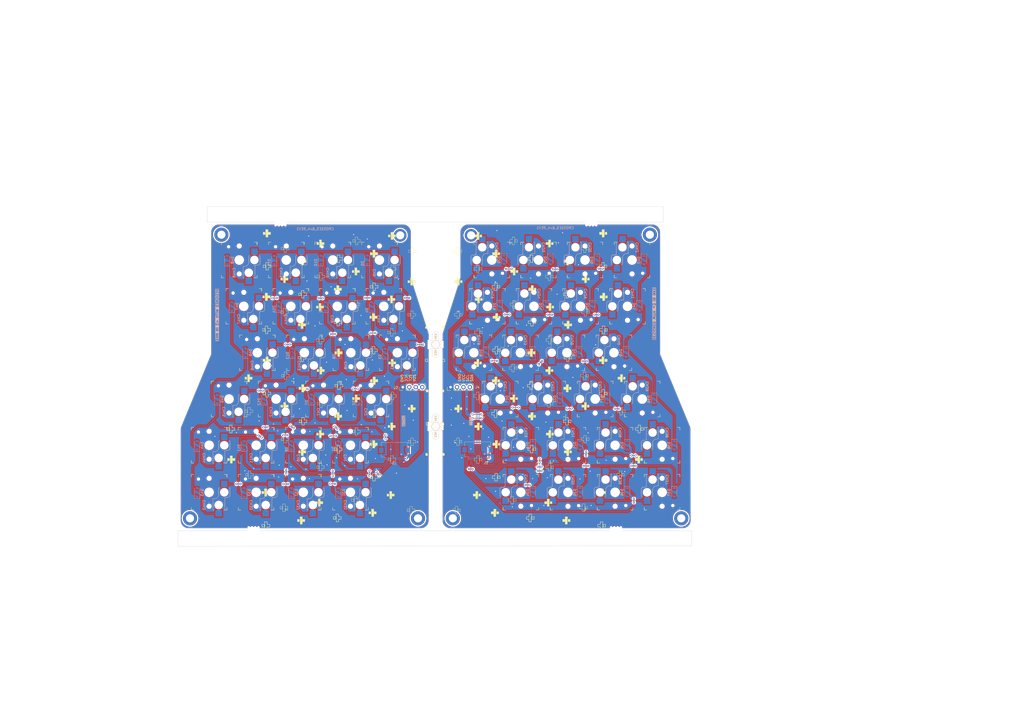
<source format=kicad_pcb>
(kicad_pcb (version 20240108) (generator "pcbnew") (generator_version "8.0")
  (title_block (title "CrossesMain-6x4") (date "2024-12-27") (rev "1") (company "Vincent Franco"))
  (layers (0 "F.Cu" signal) (31 "B.Cu" signal) (34 "B.Paste" user) (35 "F.Paste" user) (36 "B.SilkS" user "B.Silkscreen") (37 "F.SilkS" user "F.Silkscreen") (38 "B.Mask" user) (39 "F.Mask" user) (44 "Edge.Cuts" user))
  (net 0 "")
  (net 1 "Net-(D1-A)")
  (net 2 "Net-(D2-A)")
  (net 3 "Net-(D3-A)")
  (net 4 "Net-(D4-A)")
  (net 5 "Net-(D5-A)")
  (net 6 "Net-(D6-A)")
  (net 7 "Net-(D7-A)")
  (net 8 "Net-(D8-A)")
  (net 9 "Net-(D9-A)")
  (net 10 "Net-(D10-A)")
  (net 11 "Net-(D11-A)")
  (net 12 "Net-(D12-A)")
  (net 13 "Net-(D14-A)")
  (net 14 "Net-(D15-A)")
  (net 15 "Net-(D13-A)")
  (net 16 "L-COL0")
  (net 17 "L-COL1")
  (net 18 "L-COL2")
  (net 19 "L-COL3")
  (net 20 "L-COL4")
  (net 21 "Net-(D37-A)")
  (net 22 "Net-(D38-A)")
  (net 23 "Net-(D39-A)")
  (net 24 "SCL")
  (net 25 "GND")
  (net 26 "SDA")
  (net 27 "VCC")
  (net 28 "Net-(D40-A)")
  (net 29 "L-COLP")
  (net 30 "R-COL0")
  (net 31 "Net-(D16-A)")
  (net 32 "R-COL1")
  (net 33 "Net-(D17-A)")
  (net 34 "R-COL2")
  (net 35 "Net-(D18-A)")
  (net 36 "Net-(D19-A)")
  (net 37 "R-COL3")
  (net 38 "R-COL4")
  (net 39 "Net-(D20-A)")
  (net 40 "Net-(D21-A)")
  (net 41 "Net-(D22-A)")
  (net 42 "Net-(D23-A)")
  (net 43 "Net-(D24-A)")
  (net 44 "Net-(D25-A)")
  (net 45 "Net-(D26-A)")
  (net 46 "Net-(D27-A)")
  (net 47 "Net-(D28-A)")
  (net 48 "Net-(D29-A)")
  (net 49 "Net-(D30-A)")
  (net 50 "R-ROW0")
  (net 51 "R-ROW1")
  (net 52 "R-ROW2")
  (net 53 "Net-(D41-A)")
  (net 54 "VCC-R")
  (net 55 "SCL-R")
  (net 56 "Net-(D31-A)")
  (net 57 "SDA-R")
  (net 58 "Net-(D32-A)")
  (net 59 "Net-(D33-A)")
  (net 60 "R-COLP")
  (net 61 "Net-(D34-A)")
  (net 62 "Net-(D35-A)")
  (net 63 "Net-(D36-A)")
  (net 64 "Net-(D42-A)")
  (net 65 "Net-(D43-A)")
  (net 66 "Net-(D44-A)")
  (net 67 "Net-(D45-A)")
  (net 68 "Net-(D46-A)")
  (net 69 "Net-(D47-A)")
  (net 70 "Net-(D48-A)")
  (net 71 "L-ROW-N1")
  (net 72 "R-ROW-N1")
  (net 73 "L-ROW0")
  (net 74 "L-ROW1")
  (net 75 "L-ROW2")
  (footprint "keyswitches:Kailh_socket_PG1350" (layer "F.Cu") (at 270.923348 204.48632 -90)
    (property "Reference" "CH37")
    (property "Value" "CPG135001S30")
  )
  (footprint "keyswitches:Kailh_socket_PG1350" (layer "F.Cu") (at 215.185348 149.56132 -90)
    (property "Reference" "CH23")
    (property "Value" "CPG135001S30")
  )
  (footprint "keyswitches:Kailh_socket_PG1350" (layer "F.Cu") (at 137.756099 167.786781 90)
    (property "Reference" "CH7")
    (property "Value" "CPG135001S30")
  )
  (footprint "keyswitches:Kailh_socket_PG1350" (layer "F.Cu") (at 202.21 131.28 -90)
    (property "Reference" "CH19")
    (property "Value" "CPG135001S30")
  )
  (footprint "PCM_marbastlib-various:mousebites_5p5mm_easysnap" (layer "F.Cu") (at 184.575 178.585)
    (property "Reference" "MB5" (hide yes))
    (property "Value" "5.5mm" (hide yes))
    (fp_line (start -4 -3.9) (end -4 -2.4) (stroke (width 0.1)) (layer "Edge.Cuts"))
    (fp_line (start -4 2.4) (end -4 3.9) (stroke (width 0.1)) (layer "Edge.Cuts"))
    (fp_line (start -1.5 -2.03) (end -1.5 -3.9) (stroke (width 0.1)) (layer "Edge.Cuts"))
    (fp_line (start -1.5 3.9) (end -1.5 2.03) (stroke (width 0.1)) (layer "Edge.Cuts"))
    (fp_arc (start -5.5 2.4) (mid -4.75 1.65) (end -4 2.4) (stroke (width 0.1)) (layer "Edge.Cuts"))
    (fp_arc (start -4 -3.9) (mid -2.75 -5.15) (end -1.5 -3.9) (stroke (width 0.1)) (layer "Edge.Cuts"))
    (fp_arc (start -4 -2.4) (mid -4.75 -1.65) (end -5.5 -2.4) (stroke (width 0.1)) (layer "Edge.Cuts"))
    (fp_arc (start -1.5 2.03) (mid -0.75 1.28) (end 0 2.03) (stroke (width 0.1)) (layer "Edge.Cuts"))
    (fp_arc (start -1.5 3.9) (mid -2.75 5.15) (end -4 3.9) (stroke (width 0.1)) (layer "Edge.Cuts"))
    (fp_arc (start 0 -2.03) (mid -0.75 -1.28) (end -1.5 -2.03) (stroke (width 0.1)) (layer "Edge.Cuts"))
  )
  (footprint "keyswitches:Kailh_socket_PG1350" (layer "F.Cu") (at 129.793098 204.486781 90)
    (property "Reference" "CH32")
    (property "Value" "CPG135001S30")
  )
  (footprint "keyswitches:Kailh_socket_PG1350" (layer "F.Cu") (at 124.881099 131.286781 90)
    (property "Reference" "CH14")
    (property "Value" "CPG135001S30")
  )
  (footprint "PCM_marbastlib-various:mousebites_1mm" (layer "F.Cu") (at 120.8 99.099999 -90)
    (property "Reference" "REF**" (hide yes))
    (property "Value" "mousebites 1mm" (hide yes))
    (fp_arc (start -1 2.75) (mid -0.5 2.25) (end 0 2.75) (stroke (width 0.05)) (layer "Edge.Cuts"))
    (fp_arc (start 0 -2.75) (mid -0.5 -2.25) (end -1 -2.75) (stroke (width 0.05)) (layer "Edge.Cuts"))
  )
  (footprint "keyswitches:Kailh_socket_PG1350" (layer "F.Cu") (at 263.092348 167.78632 -90)
    (property "Reference" "CH39")
    (property "Value" "CPG135001S30")
  )
  (footprint "keyswitches:Kailh_socket_PG1350" (layer "F.Cu") (at 215.34 185.97 -90)
    (property "Reference" "CH16")
    (property "Value" "CPG135001S30")
  )
  (footprint "PCM_marbastlib-various:mousebites_1mm" (layer "F.Cu") (at 110.25 218.6 90)
    (property "Reference" "REF**" (hide yes))
    (property "Value" "mousebites 1mm" (hide yes))
    (fp_arc (start 0 -2.75) (mid -0.5 -2.25) (end -1 -2.75) (stroke (width 0.05)) (layer "Edge.Cuts"))
    (fp_arc (start -1 2.75) (mid -0.5 2.25) (end 0 2.75) (stroke (width 0.05)) (layer "Edge.Cuts"))
  )
  (footprint "keyswitches:Kailh_socket_PG1350" (layer "F.Cu") (at 159.731099 113.061781 90)
    (property "Reference" "CH5")
    (property "Value" "CPG135001S30")
  )
  (footprint "keyswitches:Kailh_socket_PG1350" (layer "F.Cu") (at 259.082349 113.06132 -90)
    (property "Reference" "CH42")
    (property "Value" "CPG135001S30")
  )
  (footprint "keyswitches:Kailh_socket_PG1350" (layer "F.Cu") (at 233.473348 149.56132 -90)
    (property "Reference" "CH28")
    (property "Value" "CPG135001S30")
  )
  (footprint "keyswitches:Kailh_socket_PG1350" (layer "F.Cu") (at 111.256099 185.986781 90)
    (property "Reference" "CH11")
    (property "Value" "CPG135001S30")
  )
  (footprint "PCM_marbastlib-various:mousebites_5p5mm_easysnap" (layer "F.Cu") (at 184.575 146.32)
    (property "Reference" "MB5" (hide yes))
    (property "Value" "5.5mm" (hide yes))
    (fp_line (start -4 -3.9) (end -4 -2.4) (stroke (width 0.1)) (layer "Edge.Cuts"))
    (fp_line (start -4 2.4) (end -4 3.9) (stroke (width 0.1)) (layer "Edge.Cuts"))
    (fp_line (start -1.5 -2.03) (end -1.5 -3.9) (stroke (width 0.1)) (layer "Edge.Cuts"))
    (fp_line (start -1.5 3.9) (end -1.5 2.03) (stroke (width 0.1)) (layer "Edge.Cuts"))
    (fp_arc (start -5.5 2.4) (mid -4.75 1.65) (end -4 2.4) (stroke (width 0.1)) (layer "Edge.Cuts"))
    (fp_arc (start -4 -3.9) (mid -2.75 -5.15) (end -1.5 -3.9) (stroke (width 0.1)) (layer "Edge.Cuts"))
    (fp_arc (start -4 -2.4) (mid -4.75 -1.65) (end -5.5 -2.4) (stroke (width 0.1)) (layer "Edge.Cuts"))
    (fp_arc (start -1.5 2.03) (mid -0.75 1.28) (end 0 2.03) (stroke (width 0.1)) (layer "Edge.Cuts"))
    (fp_arc (start -1.5 3.9) (mid -2.75 5.15) (end -4 3.9) (stroke (width 0.1)) (layer "Edge.Cuts"))
    (fp_arc (start 0 -2.03) (mid -0.75 -1.28) (end -1.5 -2.03) (stroke (width 0.1)) (layer "Edge.Cuts"))
  )
  (footprint "keyswitches:Kailh_socket_PG1350" (layer "F.Cu") (at 225.923348 167.78632 -90)
    (property "Reference" "CH22")
    (property "Value" "CPG135001S30")
  )
  (footprint "keyswitches:Kailh_socket_PG1350" (layer "F.Cu") (at 240.582349 113.06132 -90)
    (property "Reference" "CH30")
    (property "Value" "CPG135001S30")
  )
  (footprint "MountingHole:MountingHole_3.2mm_M3_DIN965_Pad" (layer "F.Cu") (at 174.9 214.73 -90)
    (property "Reference" "H3" (hide yes))
    (property "Value" "MountingHole")
  )
  (footprint "keyswitches:Kailh_socket_PG1350" (layer "F.Cu") (at 143.169099 131.286781 90)
    (property "Reference" "CH9")
    (property "Value" "CPG135001S30")
  )
  (footprint "keyswitches:Kailh_socket_PG1350" (layer "F.Cu") (at 130.206099 149.561781 90)
    (property "Reference" "CH13")
    (property "Value" "CPG135001S30")
  )
  (footprint "keyswitches:Kailh_socket_PG1350" (layer "F.Cu") (at 257.298348 131.28632 -90)
    (property "Reference" "CH41")
    (property "Value" "CPG135001S30")
  )
  (footprint "keyswitches:Kailh_socket_PG1350" (layer "F.Cu") (at 244.592348 167.78632 -90)
    (property "Reference" "CH27")
    (property "Value" "CPG135001S30")
  )
  (footprint "art-warning:gggw-logo" (layer "F.Cu") (at 165.4 201 -90)
    (property "Reference" "G***" (hide yes))
    (property "Value" "LOGO" (hide yes))
  )
  (footprint "keyswitches:Kailh_socket_PG1350" (layer "F.Cu") (at 251.973348 149.56132 -90)
    (property "Reference" "CH40")
    (property "Value" "CPG135001S30")
  )
  (footprint "art-warning:Crosses Icon" (layer "F.Cu") (at 99.95 199.075)
    (property "Reference" "REF**" (hide yes))
    (property "Value" "Crosses Icon" (hide yes))
  )
  (footprint "keyswitches:Kailh_socket_PG1350" (layer "F.Cu") (at 252.423348 204.48632 -90)
    (property "Reference" "CH36")
    (property "Value" "CPG135001S30")
  )
  (footprint "keyswitches:Kailh_socket_PG1350" (layer "F.Cu") (at 92.756099 204.486781 90)
    (property "Reference" "CH43")
    (property "Value" "CPG135001S30")
  )
  (footprint "keyswitches:Kailh_socket_PG1350" (layer "F.Cu") (at 215.34 204.47 -90)
    (property "Reference" "CH34")
    (property "Value" "CPG135001S30")
  )
  (footprint "keyswitches:Kailh_socket_PG1350" (layer "F.Cu") (at 233.88 204.5 -90)
    (property "Reference" "CH35")
    (property "Value" "CPG135001S30")
  )
  (footprint "keyswitches:Kailh_socket_PG1350" (layer "F.Cu") (at 252.423348 185.98632 -90)
    (property "Reference" "CH26")
    (property "Value" "CPG135001S30")
  )
  (footprint "art-warning:gggw-logo" (layer "F.Cu") (at 197.6 200 90)
    (property "Reference" "G***" (hide yes))
    (property "Value" "LOGO" (hide yes))
  )
  (footprint "keyswitches:Kailh_socket_PG1350" (layer "F.Cu") (at 123.097098 113.061781 90)
    (property "Reference" "CH15")
    (property "Value" "CPG135001S30")
  )
  (footprint "keyswitches:Kailh_socket_PG1350" (layer "F.Cu") (at 148.330099 204.486781 90)
    (property "Reference" "CH31")
    (property "Value" "CPG135001S30")
  )
  (footprint "MountingHole:MountingHole_3.2mm_M3_DIN965_Pad" (layer "F.Cu") (at 97.579447 103.100461 -90)
    (property "Reference" "H1" (hide yes))
    (property "Value" "MountingHole")
  )
  (footprint "keyswitches:Kailh_socket_PG1350" (layer "F.Cu") (at 196.88 149.57 -90)
    (property "Reference" "CH18")
    (property "Value" "CPG135001S30")
  )
  (footprint "MountingHole:MountingHole_3.2mm_M3_DIN965_Pad" (layer "F.Cu") (at 85.229447 214.73 -90)
    (property "Reference" "H6" (hide yes))
    (property "Value" "MountingHole")
  )
  (footprint "keyswitches:Kailh_socket_PG1350" (layer "F.Cu") (at 106.381099 131.286781 90)
    (property "Reference" "CH47")
    (property "Value" "CPG135001S30")
  )
  (footprint "PCM_marbastlib-various:mousebites_1mm" (layer "F.Cu") (at 252.775 218.6 90)
    (property "Reference" "REF**" (hide yes))
    (property "Value" "mousebites 1mm" (hide yes))
    (fp_arc (start 0 -2.75) (mid -0.5 -2.25) (end -1 -2.75) (stroke (width 0.05)) (layer "Edge.Cuts"))
    (fp_arc (start -1 2.75) (mid -0.5 2.25) (end 0 2.75) (stroke (width 0.05)) (layer "Edge.Cuts"))
  )
  (footprint "Connector_PinHeader_2.54mm:PinHeader_1x04_P2.54mm_Vertical" (layer "F.Cu") (at 168.94 163.1 90)
    (property "Reference" "J2")
    (property "Value" "Conn_01x04_Socket")
  )
  (footprint "keyswitches:Kailh_socket_PG1350" (layer "F.Cu") (at 104.597098 113.061781 90)
    (property "Reference" "CH48")
    (property "Value" "CPG135001S30")
  )
  (footprint "keyswitches:Kailh_socket_PG1350" (layer "F.Cu") (at 203.93 113.06 -90)
    (property "Reference" "CH20")
    (property "Value" "CPG135001S30")
  )
  (footprint "MountingHole:MountingHole_3.2mm_M3_DIN965_Pad" (layer "F.Cu") (at 167.899447 103.350461 -90)
    (property "Reference" "H5" (hide yes))
    (property "Value" "MountingHole")
  )
  (footprint "keyswitches:Kailh_socket_PG1350" (layer "F.Cu") (at 233.88 186 -90)
    (property "Reference" "CH21")
    (property "Value" "CPG135001S30")
  )
  (footprint "keyswitches:Kailh_socket_PG1350" (layer "F.Cu") (at 161.457098 131.286781 90)
    (property "Reference" "CH4")
    (property "Value" "CPG135001S30")
  )
  (footprint "keyswitches:Kailh_socket_PG1350" (layer "F.Cu") (at 111.256099 204.486781 90)
    (property "Reference" "CH33")
    (property "Value" "CPG135001S30")
  )
  (footprint "keyswitches:Kailh_socket_PG1350" (layer "F.Cu") (at 141.385099 113.061781 90)
    (property "Reference" "CH10")
    (property "Value" "CPG135001S30")
  )
  (footprint "keyswitches:Kailh_socket_PG1350" (layer "F.Cu") (at 111.706099 149.561781 90)
    (property "Reference" "CH46")
    (property "Value" "CPG135001S30")
  )
  (footprint "PCM_marbastlib-various:mousebites_1mm" (layer "F.Cu") (at 243.075 99.1 -90)
    (property "Reference" "REF**" (hide yes))
    (property "Value" "mousebites 1mm" (hide yes))
    (fp_arc (start -1 2.75) (mid -0.5 2.25) (end 0 2.75) (stroke (width 0.05)) (layer "Edge.Cuts"))
    (fp_arc (start 0 -2.75) (mid -0.5 -2.25) (end -1 -2.75) (stroke (width 0.05)) (layer "Edge.Cuts"))
  )
  (footprint "keyswitches:Kailh_socket_PG1350" (layer "F.Cu") (at 148.494099 149.561781 90)
    (property "Reference" "CH8")
    (property "Value" "CPG135001S30")
  )
  (footprint "keyswitches:Kailh_socket_PG1350" (layer "F.Cu") (at 222.294348 113.06132 -90)
    (property "Reference" "CH25")
    (property "Value" "CPG135001S30")
  )
  (footprint "keyswitches:Kailh_socket_PG1350" (layer "F.Cu") (at 148.330099 185.986781 90)
    (property "Reference" "CH1")
    (property "Value" "CPG135001S30")
  )
  (footprint "keyswitches:Kailh_socket_PG1350" (layer "F.Cu") (at 207.25 167.79 -90)
    (property "Reference" "CH17")
    (property "Value" "CPG135001S30")
  )
  (footprint "Connector_PinHeader_2.54mm:PinHeader_1x04_P2.54mm_Vertical" (layer "F.Cu") (at 187.7 163.1 90)
    (property "Reference" "J4")
    (property "Value" "Conn_01x04_Socket")
  )
  (footprint "keyswitches:Kailh_socket_PG1350" (layer "F.Cu") (at 166.782099 149.561781 90)
    (property "Reference" "CH3")
    (property "Value" "CPG135001S30")
  )
  (footprint "keyswitches:Kailh_socket_PG1350" (layer "F.Cu") (at 92.756099 185.986781 90)
    (property "Reference" "CH44")
    (property "Value" "CPG135001S30")
  )
  (footprint "keyswitches:Kailh_socket_PG1350" (layer "F.Cu") (at 100.587099 167.786781 90)
    (property "Reference" "CH45")
    (property "Value" "CPG135001S30")
  )
  (footprint "keyswitches:Kailh_socket_PG1350" (layer "F.Cu") (at 270.923348 185.98632 -90)
    (property "Reference" "CH38")
    (property "Value" "CPG135001S30")
  )
  (footprint "keyswitches:Kailh_socket_PG1350" (layer "F.Cu") (at 129.793098 185.986781 90)
    (property "Reference" "CH6")
    (property "Value" "CPG135001S30")
  )
  (footprint "keyswitches:Kailh_socket_PG1350" (layer "F.Cu") (at 238.798348 131.28632 -90)
    (property "Reference" "CH29")
    (property "Value" "CPG135001S30")
  )
  (footprint "keyswitches:Kailh_socket_PG1350" (layer "F.Cu") (at 220.510348 131.28632 -90)
    (property "Reference" "CH24")
    (property "Value" "CPG135001S30")
  )
  (footprint "keyswitches:Kailh_socket_PG1350" (layer "F.Cu") (at 119.087099 167.786781 90)
    (property "Reference" "CH12")
    (property "Value" "CPG135001S30")
  )
  (footprint "keyswitches:Kailh_socket_PG1350" (layer "F.Cu") (at 156.425099 167.786781 90)
    (property "Reference" "CH2")
    (property "Value" "CPG135001S30")
  )
  (footprint "Diode_SMD:D_SOD-123" (layer "B.Cu") (at 249.29632 167.82132 -90)
    (property "Reference" "D27")
    (property "Value" "1N4148")
  )
  (footprint "Diode_SMD:D_SOD-123" (layer "B.Cu") (at 143.783127 149.521781 90)
    (property "Reference" "D8")
    (property "Value" "1N4148")
  )
  (footprint "Diode_SMD:D_SOD-123" (layer "B.Cu") (at 154.933127 112.921781 90)
    (property "Reference" "D5")
    (property "Value" "1N4148")
  )
  (footprint "Diode_SMD:D_SOD-123" (layer "B.Cu") (at 220.09632 204.57132 -90)
    (property "Reference" "D34")
    (property "Value" "1N4148")
  )
  (footprint "Diode_SMD:D_SOD-123" (layer "B.Cu") (at 156.683127 131.321781 90)
    (property "Reference" "D4")
    (property "Value" "1N4148")
  )
  (footprint "Connector_FFC-FPC:Hirose_FH12-14S-0.5SH_1x14-1MP_P0.50mm_Horizontal" (layer "B.Cu") (at 165.59 189.34)
    (property "Reference" "J3")
    (property "Value" "Conn_01x14_Pin")
  )
  (footprint "Diode_SMD:D_SOD-123" (layer "B.Cu") (at 120.183127 131.321781 90)
    (property "Reference" "D14")
    (property "Value" "1N4148")
  )
  (footprint "Diode_SMD:D_SOD-123" (layer "B.Cu") (at 238.59632 204.52132 -90)
    (property "Reference" "D35")
    (property "Value" "1N4148")
  )
  (footprint "Diode_SMD:D_SOD-123" (layer "B.Cu") (at 256.69632 149.52132 -90)
    (property "Reference" "D40")
    (property "Value" "1N4148")
  )
  (footprint "Diode_SMD:D_SOD-123" (layer "B.Cu") (at 125.083127 204.521781 90)
    (property "Reference" "D32")
    (property "Value" "1N4148")
  )
  (footprint "Diode_SMD:D_SOD-123" (layer "B.Cu") (at 99.883126 113.121781 90)
    (property "Reference" "D48")
    (property "Value" "1N4148")
  )
  (footprint "MountingHole:MountingHole_3.2mm_M3_DIN965_Pad" (layer "B.Cu") (at 188.6 214.73 -90)
    (property "Reference" "H3" (hide yes))
    (property "Value" "MountingHole")
  )
  (footprint "MountingHole:MountingHole_3.2mm_M3_DIN965_Pad" (layer "B.Cu") (at 195.78 103.35 -90)
    (property "Reference" "H5" (hide yes))
    (property "Value" "MountingHole")
  )
  (footprint "Diode_SMD:D_SOD-123" (layer "B.Cu") (at 225.19632 131.32132 -90)
    (property "Reference" "D24")
    (property "Value" "1N4148")
  )
  (footprint "Diode_SMD:D_SOD-123" (layer "B.Cu") (at 211.99632 167.82132 -90)
    (property "Reference" "D17")
    (property "Value" "1N4148")
  )
  (footprint "Diode_SMD:D_SOD-123" (layer "B.Cu") (at 226.99632 113.02132 -90)
    (property "Reference" "D25")
    (property "Value" "1N4148")
  )
  (footprint "Diode_SMD:D_SOD-123" (layer "B.Cu") (at 161.983127 149.621781 90)
    (property "Reference" "D3")
    (property "Value" "1N4148")
  )
  (footprint "Diode_SMD:D_SOD-123" (layer "B.Cu") (at 132.983126 167.721781 90)
    (property "Reference" "D7")
    (property "Value" "1N4148")
  )
  (footprint "Diode_SMD:D_SOD-123" (layer "B.Cu") (at 143.583127 204.571781 90)
    (property "Reference" "D31")
    (property "Value" "1N4148")
  )
  (footprint "Diode_SMD:D_SOD-123" (layer "B.Cu") (at 138.483127 131.321781 90)
    (property "Reference" "D9")
    (property "Value" "1N4148")
  )
  (footprint "Diode_SMD:D_SOD-123" (layer "B.Cu") (at 125.483127 149.521781 90)
    (property "Reference" "D13")
    (property "Value" "1N4148")
  )
  (footprint "Diode_SMD:D_SOD-123" (layer "B.Cu") (at 114.383127 167.821781 90)
    (property "Reference" "D12")
    (property "Value" "1N4148")
  )
  (footprint "MountingHole:MountingHole_3.2mm_M3_DIN965_Pad" (layer "B.Cu") (at 266.1 103.1 -90)
    (property "Reference" "H1" (hide yes))
    (property "Value" "MountingHole")
  )
  (footprint "Diode_SMD:D_SOD-123" (layer "B.Cu") (at 245.296321 113.12132 -90)
    (property "Reference" "D30")
    (property "Value" "1N4148")
  )
  (footprint "Diode_SMD:D_SOD-123" (layer "B.Cu") (at 220.09632 186.07132 -90)
    (property "Reference" "D16")
    (property "Value" "1N4148")
  )
  (footprint "Diode_SMD:D_SOD-123" (layer "B.Cu") (at 230.696321 167.72132 -90)
    (property "Reference" "D22")
    (property "Value" "1N4148")
  )
  (footprint "Diode_SMD:D_SOD-123" (layer "B.Cu") (at 257.19632 186.02132 -90)
    (property "Reference" "D26")
    (property "Value" "1N4148")
  )
  (footprint "Diode_SMD:D_SOD-123" (layer "B.Cu") (at 106.983127 149.521781 90)
    (property "Reference" "D46")
    (property "Value" "1N4148")
  )
  (footprint "Diode_SMD:D_SOD-123" (layer "B.Cu") (at 208.74632 112.92132 -90)
    (property "Reference" "D20")
    (property "Value" "1N4148")
  )
  (footprint "Diode_SMD:D_SOD-123" (layer "B.Cu") (at 243.49632 131.32132 -90)
    (property "Reference" "D29")
    (property "Value" "1N4148")
  )
  (footprint "Diode_SMD:D_SOD-123" (layer "B.Cu") (at 261.99632 131.32132 -90)
    (property "Reference" "D41")
    (property "Value" "1N4148")
  )
  (footprint "Connector_FFC-FPC:Hirose_FH12-14S-0.5SH_1x14-1MP_P0.50mm_Horizontal" (layer "B.Cu") (at 198.38 189.19)
    (property "Reference" "J1")
    (property "Value" "Conn_01x14_Pin")
  )
  (footprint "Diode_SMD:D_SOD-123" (layer "B.Cu") (at 106.483127 186.021781 90)
    (property "Reference" "D11")
    (property "Value" "1N4148")
  )
  (footprint "Diode_SMD:D_SOD-123" (layer "B.Cu") (at 201.69632 149.62132 -90)
    (property "Reference" "D18")
    (property "Value" "1N4148")
  )
  (footprint "Diode_SMD:D_SOD-123" (layer "B.Cu") (at 219.89632 149.52132 -90)
    (property "Reference" "D23")
    (property "Value" "1N4148")
  )
  (footprint "Diode_SMD:D_SOD-123" (layer "B.Cu") (at 101.683127 131.321781 90)
    (property "Reference" "D47")
    (property "Value" "1N4148")
  )
  (footprint "Diode_SMD:D_SOD-123" (layer "B.Cu") (at 263.796321 113.12132 -90)
    (property "Reference" "D42")
    (property "Value" "1N4148")
  )
  (footprint "Diode_SMD:D_SOD-123" (layer "B.Cu") (at 238.19632 149.52132 -90)
    (property "Reference" "D28")
    (property "Value" "1N4148")
  )
  (footprint "Diode_SMD:D_SOD-123" (layer "B.Cu") (at 238.59632 186.02132 -90)
    (property "Reference" "D21")
    (property "Value" "1N4148")
  )
  (footprint "Diode_SMD:D_SOD-123" (layer "B.Cu") (at 136.683127 113.021781 90)
    (property "Reference" "D10")
    (property "Value" "1N4148")
  )
  (footprint "Diode_SMD:D_SOD-123" (layer "B.Cu") (at 206.99632 131.32132 -90)
    (property "Reference" "D19")
    (property "Value" "1N4148")
  )
  (footprint "Diode_SMD:D_SOD-123" (layer "B.Cu") (at 87.983127 204.521781 90)
    (property "Reference" "D43")
    (property "Value" "1N4148")
  )
  (footprint "Diode_SMD:D_SOD-123" (layer "B.Cu") (at 257.19632 204.52132 -90)
    (property "Reference" "D36")
    (property "Value" "1N4148")
  )
  (footprint "Diode_SMD:D_SOD-123" (layer "B.Cu") (at 267.79632 167.82132 -90)
    (property "Reference" "D39")
    (property "Value" "1N4148")
  )
  (footprint "Diode_SMD:D_SOD-123" (layer "B.Cu") (at 275.69632 204.52132 -90)
    (property "Reference" "D37")
    (property "Value" "1N4148")
  )
  (footprint "Diode_SMD:D_SOD-123" (layer "B.Cu") (at 151.683127 167.821781 90)
    (property "Reference" "D2")
    (property "Value" "1N4148")
  )
  (footprint "Diode_SMD:D_SOD-123" (layer "B.Cu") (at 275.69632 186.02132 -90)
    (property "Reference" "D38")
    (property "Value" "1N4148")
  )
  (footprint "Diode_SMD:D_SOD-123" (layer "B.Cu") (at 118.383126 113.121781 90)
    (property "Reference" "D15")
    (property "Value" "1N4148")
  )
  (footprint "Diode_SMD:D_SOD-123" (layer "B.Cu") (at 87.983127 186.021781 90)
    (property "Reference" "D44")
    (property "Value" "1N4148")
  )
  (footprint "Diode_SMD:D_SOD-123" (layer "B.Cu") (at 125.083127 186.021781 90)
    (property "Reference" "D6")
    (property "Value" "1N4148")
  )
  (footprint "Diode_SMD:D_SOD-123" (layer "B.Cu") (at 95.883127 167.821781 90)
    (property "Reference" "D45")
    (property "Value" "1N4148")
  )
  (footprint "Diode_SMD:D_SOD-123" (layer "B.Cu") (at 143.583127 186.071781 90)
    (property "Reference" "D1")
    (property "Value" "1N4148")
  )
  (footprint "Diode_SMD:D_SOD-123" (layer "B.Cu") (at 106.483127 204.521781 90)
    (property "Reference" "D33")
    (property "Value" "1N4148")
  )
  (footprint "MountingHole:MountingHole_3.2mm_M3_DIN965_Pad" (layer "B.Cu") (at 278.45 214.73 -90)
    (property "Reference" "H6" (hide yes))
    (property "Value" "MountingHole")
  )
  (gr_arc (start 81.618696 179.494708) (mid 81.657202 179.107978) (end 81.769759 178.735991) (stroke (width 0.1)) (layer "Edge.Cuts"))
  (gr_line (start 179.075 143.92) (end 179.079447 142.410973) (stroke (width 0.1)) (layer "Edge.Cuts"))
  (gr_arc (start 93.579447 149.704234) (mid 93.541325 150.092909) (end 93.42838 150.46676) (stroke (width 0.1)) (layer "Edge.Cuts"))
  (gr_line (start 191.6 102.109464) (end 191.6 119.789488) (stroke (width 0.1)) (layer "Edge.Cuts"))
  (gr_arc (start 179.075 215.6) (mid 178.19632 217.72132) (end 176.075 218.6) (stroke (width 0.1)) (layer "Edge.Cuts"))
  (gr_arc (start 191.6 102.109464) (mid 192.478468 99.988292) (end 194.599464 99.109463) (stroke (width 0.1)) (layer "Edge.Cuts"))
  (gr_arc (start 93.579447 102.100958) (mid 94.458343 99.9795) (end 96.579944 99.100959) (stroke (width 0.1)) (layer "Edge.Cuts"))
  (gr_arc (start 172.173595 120.396356) (mid 172.103126 120.096785) (end 172.079447 119.789949) (stroke (width 0.1)) (layer "Edge.Cuts"))
  (gr_line (start 179.075 215.6) (end 179.075 180.985) (stroke (width 0.1)) (layer "Edge.Cuts"))
  (gr_line (start 123.55 99.099999) (end 169.079983 99.109924) (stroke (width 0.1)) (layer "Edge.Cuts"))
  (gr_line (start 184.575 176.555) (end 184.575 148.35) (stroke (width 0.1)) (layer "Edge.Cuts"))
  (gr_line (start 282.6 225.6) (end 80.5 225.7) (stroke (width 0.1)) (layer "Edge.Cuts"))
  (gr_line (start 179.075 176.185) (end 179.075 148.72) (stroke (width 0.1)) (layer "Edge.Cuts"))
  (gr_line (start 92 98.1) (end 92 92.1) (stroke (width 0.1)) (layer "Edge.Cuts"))
  (gr_arc (start 84.585167 218.600461) (mid 82.461798 217.719781) (end 81.585172 215.594747) (stroke (width 0.1)) (layer "Edge.Cuts"))
  (gr_arc (start 270.251067 150.466299) (mid 270.138126 150.092447) (end 270.1 149.703773) (stroke (width 0.1)) (layer "Edge.Cuts"))
  (gr_line (start 187.571128 218.6) (end 250.025 218.6) (stroke (width 0.1)) (layer "Edge.Cuts"))
  (gr_line (start 118.05 98.099999) (end 92 98.1) (stroke (width 0.1)) (layer "Edge.Cuts"))
  (gr_arc (start 267.099503 99.100498) (mid 269.221145 99.979001) (end 270.1 102.100497) (stroke (width 0.1)) (layer "Edge.Cuts"))
  (gr_arc (start 282.094275 215.594286) (mid 281.217619 217.719292) (end 279.09428 218.6) (stroke (width 0.1)) (layer "Edge.Cuts"))
  (gr_arc (start 178.985298 141.804566) (mid 179.055767 142.104137) (end 179.079447 142.410973) (stroke (width 0.1)) (layer "Edge.Cuts"))
  (gr_line (start 123.55 98.099999) (end 240.325 98.1) (stroke (width 0.1)) (layer "Edge.Cuts"))
  (gr_line (start 81.585172 215.594747) (end 81.618696 179.494708) (stroke (width 0.1)) (layer "Edge.Cuts"))
  (gr_line (start 282.6 219.6) (end 282.6 225.6) (stroke (width 0.1)) (layer "Edge.Cuts"))
  (gr_line (start 245.825 99.1) (end 267.099503 99.100498) (stroke (width 0.1)) (layer "Edge.Cuts"))
  (gr_line (start 184.575 144.29) (end 184.6 142.410512) (stroke (width 0.1)) (layer "Edge.Cuts"))
  (gr_line (start 282.094275 215.594286) (end 282.060751 179.494247) (stroke (width 0.1)) (layer "Edge.Cuts"))
  (gr_arc (start 169.079983 99.109924) (mid 171.200983 99.988776) (end 172.079447 102.109925) (stroke (width 0.1)) (layer "Edge.Cuts"))
  (gr_line (start 113 219.6) (end 250.025 219.6) (stroke (width 0.1)) (layer "Edge.Cuts"))
  (gr_line (start 270.1 149.703773) (end 270.1 102.100497) (stroke (width 0.1)) (layer "Edge.Cuts"))
  (gr_line (start 255.525 218.6) (end 279.09428 218.6) (stroke (width 0.1)) (layer "Edge.Cuts"))
  (gr_line (start 184.57113 215.603875) (end 184.575 180.615) (stroke (width 0.1)) (layer "Edge.Cuts"))
  (gr_line (start 245.825 98.1) (end 271.4 98.1) (stroke (width 0.1)) (layer "Edge.Cuts"))
  (gr_line (start 118.05 99.099999) (end 96.579944 99.100959) (stroke (width 0.1)) (layer "Edge.Cuts"))
  (gr_line (start 80.5 225.7) (end 80.5 219.6) (stroke (width 0.1)) (layer "Edge.Cuts"))
  (gr_line (start 255.525 219.6) (end 282.6 219.6) (stroke (width 0.1)) (layer "Edge.Cuts"))
  (gr_line (start 93.579447 149.704234) (end 93.579447 102.100958) (stroke (width 0.1)) (layer "Edge.Cuts"))
  (gr_arc (start 281.909688 178.73553) (mid 282.022236 179.107517) (end 282.060751 179.494247) (stroke (width 0.1)) (layer "Edge.Cuts"))
  (gr_line (start 107.5 218.6) (end 84.585167 218.600461) (stroke (width 0.1)) (layer "Edge.Cuts"))
  (gr_line (start 271.4 98.1) (end 271.4 92.1) (stroke (width 0.1)) (layer "Edge.Cuts"))
  (gr_arc (start 191.6 119.789488) (mid 191.576314 120.096322) (end 191.505852 120.395895) (stroke (width 0.1)) (layer "Edge.Cuts"))
  (gr_line (start 172.079447 102.109925) (end 172.079447 119.789949) (stroke (width 0.1)) (layer "Edge.Cuts"))
  (gr_line (start 93.42838 150.46676) (end 81.769759 178.735991) (stroke (width 0.1)) (layer "Edge.Cuts"))
  (gr_line (start 80.5 219.6) (end 107.5 219.6) (stroke (width 0.1)) (layer "Edge.Cuts"))
  (gr_arc (start 187.571128 218.6) (mid 185.45116 217.7227) (end 184.57113 215.603875) (stroke (width 0.1)) (layer "Edge.Cuts"))
  (gr_line (start 191.505852 120.395895) (end 184.694149 141.804105) (stroke (width 0.1)) (layer "Edge.Cuts"))
  (gr_arc (start 184.6 142.410512) (mid 184.623676 142.103676) (end 184.694149 141.804105) (stroke (width 0.1)) (layer "Edge.Cuts"))
  (gr_line (start 270.251067 150.466299) (end 281.909688 178.73553) (stroke (width 0.1)) (layer "Edge.Cuts"))
  (gr_line (start 172.173595 120.396356) (end 178.985298 141.804566) (stroke (width 0.1)) (layer "Edge.Cuts"))
  (gr_line (start 271.4 92.1) (end 92 92.1) (stroke (width 0.1)) (layer "Edge.Cuts"))
  (gr_line (start 113 218.6) (end 176.075 218.6) (stroke (width 0.1)) (layer "Edge.Cuts"))
  (gr_line (start 194.599464 99.109463) (end 240.325 99.1) (stroke (width 0.1)) (layer "Edge.Cuts"))
  (gr_text "DESIGNED WITH <3 IN MKE" (at 96.52 124.2 90) (layer "B.SilkS" knockout) (effects (font (size 1 1) (thickness 0.25)) (justify left bottom mirror)))
  (gr_text "CROSSES_6x4_REV1" (at 141.9 101.4 -0) (layer "B.SilkS") (effects (font (size 1 1)) (justify left bottom mirror)))
  (gr_text "DESIGNED WITH <3 IN MKE" (at 267.154084 144.64132 -90) (layer "B.SilkS" knockout) (effects (font (size 1 1) (thickness 0.25)) (justify left bottom mirror)))
  (gr_text "RIGHT" (at 168.59 178.78 270) (layer "B.SilkS" knockout) (effects (font (size 1 1)) (justify left bottom mirror)))
  (gr_text "CROSSES_6x4_REV1" (at 236.3 101 -0) (layer "B.SilkS") (effects (font (size 1 1)) (justify left bottom mirror)))
  (gr_text "LEFT" (at 196.29 174.58 90) (layer "B.SilkS" knockout) (effects (font (size 1 1)) (justify left bottom mirror)))
  (gr_text "GND\nVCC\nSCL\nSDA" (at 196.65 161 90) (layer "F.SilkS") (effects (font (size 1 1)) (justify left bottom)))
  (gr_text "SDA\nSCL\nVCC\nGND" (at 168 158 -90) (layer "F.SilkS") (effects (font (size 1 1)) (justify left bottom)))
  (segment (start 147.87 194.27) (end 152.07188 194.27) (width 0.2) (layer "B.Cu") (net 1))
  (segment (start 143.583127 184.421781) (end 144.81 185.648654) (width 0.2) (layer "B.Cu") (net 1))
  (segment (start 144.81 191.21) (end 147.87 194.27) (width 0.2) (layer "B.Cu") (net 1))
  (segment (start 144.81 185.648654) (end 144.81 191.21) (width 0.2) (layer "B.Cu") (net 1))
  (segment (start 152.07188 194.27) (end 152.080099 194.261781) (width 0.2) (layer "B.Cu") (net 1))
  (segment (start 160.163317 176.05) (end 160.175099 176.061782) (width 0.2) (layer "B.Cu") (net 2))
  (segment (start 151.683127 166.171781) (end 151.683127 166.204141) (width 0.2) (layer "B.Cu") (net 2))
  (segment (start 153.9 168.421014) (end 153.9 175.121014) (width 0.2) (layer "B.Cu") (net 2))
  (segment (start 154.828986 176.05) (end 160.163317 176.05) (width 0.2) (layer "B.Cu") (net 2))
  (segment (start 153.9 175.121014) (end 154.828986 176.05) (width 0.2) (layer "B.Cu") (net 2))
  (segment (start 151.683127 166.204141) (end 153.9 168.421014) (width 0.2) (layer "B.Cu") (net 2))
  (segment (start 164.2 156.47) (end 165.566782 157.836782) (width 0.2) (layer "B.Cu") (net 3))
  (segment (start 164.2 150.221014) (end 164.2 156.47) (width 0.2) (layer "B.Cu") (net 3))
  (segment (start 161.983127 147.971781) (end 161.983127 148.004141) (width 0.2) (layer "B.Cu") (net 3))
  (segment (start 165.566782 157.836782) (end 170.532099 157.836782) (width 0.2) (layer "B.Cu") (net 3))
  (segment (start 161.983127 148.004141) (end 164.2 150.221014) (width 0.2) (layer "B.Cu") (net 3))
  (segment (start 156.683127 129.704141) (end 158.9 131.921014) (width 0.2) (layer "B.Cu") (net 4))
  (segment (start 159.740767 139.561781) (end 165.207099 139.561782) (width 0.2) (layer "B.Cu") (net 4))
  (segment (start 156.683127 129.671781) (end 156.683127 129.704141) (width 0.2) (layer "B.Cu") (net 4))
  (segment (start 158.9 131.921014) (end 158.9 138.721014) (width 0.2) (layer "B.Cu") (net 4))
  (segment (start 158.9 138.721014) (end 159.740767 139.561781) (width 0.2) (layer "B.Cu") (net 4))
  (segment (start 156.679446 119.900461) (end 158.115767 121.336782) (width 0.2) (layer "B.Cu") (net 5))
  (segment (start 154.933127 111.271781) (end 154.950767 111.271781) (width 0.2) (layer "B.Cu") (net 5))
  (segment (start 158.115767 121.336782) (end 163.481099 121.336781) (width 0.2) (layer "B.Cu") (net 5))
  (segment (start 154.950767 111.271781) (end 156.679446 113.000461) (width 0.2) (layer "B.Cu") (net 5))
  (segment (start 156.679446 113.000461) (end 156.679446 119.900461) (width 0.2) (layer "B.Cu") (net 5))
  (segment (start 127.3 191.6) (end 129.96 194.26) (width 0.2) (layer "B.Cu") (net 6))
  (segment (start 125.083127 184.504141) (end 127.3 186.721014) (width 0.2) (layer "B.Cu") (net 6))
  (segment (start 129.96 194.26) (end 133.541317 194.26) (width 0.2) (layer "B.Cu") (net 6))
  (segment (start 133.541317 194.26) (end 133.543098 194.261781) (width 0.2) (layer "B.Cu") (net 6))
  (segment (start 125.083127 184.371781) (end 125.083127 184.504141) (width 0.2) (layer "B.Cu") (net 6))
  (segment (start 127.3 186.721014) (end 127.3 191.6) (width 0.2) (layer "B.Cu") (net 6))
  (segment (start 132.983126 166.10414) (end 135.3 168.421014) (width 0.2) (layer "B.Cu") (net 7))
  (segment (start 141.394318 175.95) (end 141.506099 176.061781) (width 0.2) (layer "B.Cu") (net 7))
  (segment (start 135.3 168.421014) (end 135.3 175.321014) (width 0.2) (layer "B.Cu") (net 7))
  (segment (start 135.3 175.321014) (end 135.928986 175.95) (width 0.2) (layer "B.Cu") (net 7))
  (segment (start 135.928986 175.95) (end 141.394318 175.95) (width 0.2) (layer "B.Cu") (net 7))
  (segment (start 132.983126 166.07178) (end 132.983126 166.10414) (width 0.2) (layer "B.Cu") (net 7))
  (segment (start 146.815766 157.836781) (end 152.244099 157.836781) (width 0.2) (layer "B.Cu") (net 8))
  (segment (start 143.850767 147.871781) (end 145.379447 149.400461) (width 0.2) (layer "B.Cu") (net 8))
  (segment (start 145.379447 149.400461) (end 145.379447 156.400461) (width 0.2) (layer "B.Cu") (net 8))
  (segment (start 143.783127 147.871781) (end 143.850767 147.871781) (width 0.2) (layer "B.Cu") (net 8))
  (segment (start 145.379447 156.400461) (end 146.815766 157.836781) (width 0.2) (layer "B.Cu") (net 8))
  (segment (start 138.483127 129.704141) (end 140.6 131.821014) (width 0.2) (layer "B.Cu") (net 9))
  (segment (start 140.6 137.1) (end 143.061782 139.561782) (width 0.2) (layer "B.Cu") (net 9))
  (segment (start 138.483127 129.671781) (end 138.483127 129.704141) (width 0.2) (layer "B.Cu") (net 9))
  (segment (start 140.6 131.821014) (end 140.6 137.1) (width 0.2) (layer "B.Cu") (net 9))
  (segment (start 143.061782 139.561782) (end 146.919099 139.561782) (width 0.2) (layer "B.Cu") (net 9))
  (segment (start 138.279447 119.900461) (end 139.715767 121.336781) (width 0.2) (layer "B.Cu") (net 10))
  (segment (start 138.279447 113.000462) (end 138.279447 119.900461) (width 0.2) (layer "B.Cu") (net 10))
  (segment (start 136.683126 111.404141) (end 138.279447 113.000462) (width 0.2) (layer "B.Cu") (net 10))
  (segment (start 139.715767 121.336781) (end 145.135099 121.336781) (width 0.2) (layer "B.Cu") (net 10))
  (segment (start 136.683126 111.371781) (end 136.683126 111.404141) (width 0.2) (layer "B.Cu") (net 10))
  (segment (start 108.7 186.521015) (end 108.7 192) (width 0.2) (layer "B.Cu") (net 11))
  (segment (start 114.93788 194.33) (end 115.006099 194.261781) (width 0.2) (layer "B.Cu") (net 11))
  (segment (start 106.483127 184.371781) (end 106.550766 184.371781) (width 0.2) (layer "B.Cu") (net 11))
  (segment (start 108.7 192) (end 111.03 194.33) (width 0.2) (layer "B.Cu") (net 11))
  (segment (start 111.03 194.33) (end 114.93788 194.33) (width 0.2) (layer "B.Cu") (net 11))
  (segment (start 106.550766 184.371781) (end 108.7 186.521015) (width 0.2) (layer "B.Cu") (net 11))
  (segment (start 116.7 168.521014) (end 116.7 175.4) (width 0.2) (layer "B.Cu") (net 12))
  (segment (start 114.383127 166.204141) (end 116.7 168.521014) (width 0.2) (layer "B.Cu") (net 12))
  (segment (start 117.361782 176.061782) (end 122.837099 176.061782) (width 0.2) (layer "B.Cu") (net 12))
  (segment (start 114.383127 166.171781) (end 114.383127 166.204141) (width 0.2) (layer "B.Cu") (net 12))
  (segment (start 116.7 175.4) (end 117.361782 176.061782) (width 0.2) (layer "B.Cu") (net 12))
  (segment (start 120.183127 129.671782) (end 120.183127 129.704142) (width 0.2) (layer "B.Cu") (net 13))
  (segment (start 120.183127 129.704142) (end 122.2 131.721015) (width 0.2) (layer "B.Cu") (net 13))
  (segment (start 122.2 138.621014) (end 123.140767 139.561781) (width 0.2) (layer "B.Cu") (net 13))
  (segment (start 123.140767 139.561781) (end 128.631099 139.561781) (width 0.2) (layer "B.Cu") (net 13))
  (segment (start 122.2 131.721015) (end 122.2 138.621014) (width 0.2) (layer "B.Cu") (net 13))
  (segment (start 119.979447 119.90046) (end 120.079447 119.900461) (width 0.2) (layer "B.Cu") (net 14))
  (segment (start 118.383127 111.504141) (end 119.979447 113.100461) (width 0.2) (layer "B.Cu") (net 14))
  (segment (start 119.979447 113.100461) (end 119.979447 119.90046) (width 0.2) (layer "B.Cu") (net 14))
  (segment (start 121.515766 121.336781) (end 126.847098 121.336781) (width 0.2) (layer "B.Cu") (net 14))
  (segment (start 118.383127 111.471781) (end 118.383127 111.504141) (width 0.2) (layer "B.Cu") (net 14))
  (segment (start 120.079447 119.900461) (end 121.515766 121.336781) (width 0.2) (layer "B.Cu") (net 14))
  (segment (start 125.483127 147.871781) (end 125.483127 147.904141) (width 0.2) (layer "B.Cu") (net 15))
  (segment (start 127.5 156.821014) (end 128.528986 157.85) (width 0.2) (layer "B.Cu") (net 15))
  (segment (start 125.483127 147.904141) (end 127.5 149.921014) (width 0.2) (layer "B.Cu") (net 15))
  (segment (start 128.528986 157.85) (end 133.94288 157.85) (width 0.2) (layer "B.Cu") (net 15))
  (segment (start 127.5 149.921014) (end 127.5 156.821014) (width 0.2) (layer "B.Cu") (net 15))
  (segment (start 133.94288 157.85) (end 133.956099 157.836781) (width 0.2) (layer "B.Cu") (net 15))
  (segment (start 140.479447 182.300462) (end 142.479447 182.300461) (width 0.2) (layer "F.Cu") (net 16))
  (segment (start 112.2 182.1) (end 112.5 182.1) (width 0.2) (layer "F.Cu") (net 16))
  (segment (start 121.929447 182.000461) (end 123.379447 182.000461) (width 0.2) (layer "F.Cu") (net 16))
  (segment (start 142.479447 182.300461) (end 142.579447 182.200461) (width 0.2) (layer "F.Cu") (net 16))
  (segment (start 112.5 182.1) (end 113.4 183) (width 0.2) (layer "F.Cu") (net 16))
  (via (at 121.929447 182.000461) (size 0.8) (drill 0.4) (layers "F.Cu" "B.Cu") (net 16))
  (via (at 112.2 182.1) (size 0.8) (drill 0.4) (layers "F.Cu" "B.Cu") (net 16))
  (via (at 140.479447 182.300462) (size 0.8) (drill 0.4) (layers "F.Cu" "B.Cu") (net 16))
  (via (at 123.379447 182.000461) (size 0.8) (drill 0.4) (layers "F.Cu" "B.Cu") (net 16))
  (via (at 142.579447 182.200461) (size 0.8) (drill 0.4) (layers "F.Cu" "B.Cu") (net 16))
  (via (at 113.4 183) (size 0.8) (drill 0.4) (layers "F.Cu" "B.Cu") (net 16))
  (segment (start 121.218127 182.711781) (end 121.929447 182.000461) (width 0.2) (layer "B.Cu") (net 16))
  (segment (start 124.479447 182.000461) (end 125.190767 182.711781) (width 0.2) (layer "B.Cu") (net 16))
  (segment (start 99.31788 182.1) (end 112.2 182.1) (width 0.2) (layer "B.Cu") (net 16))
  (segment (start 165.1 185.34) (end 165.1 189.5) (width 0.2) (layer "B.Cu") (net 16))
  (segment (start 154.280099 182.711781) (end 162.471781 182.711781) (width 0.2) (layer "B.Cu") (net 16))
  (segment (start 164.839999 189.760001) (end 164.839999 191.19) (width 0.2) (layer "B.Cu") (net 16))
  (segment (start 113.688219 182.711781) (end 117.206099 182.711781) (width 0.2) (layer "B.Cu") (net 16))
  (segment (start 98.706099 182.711781) (end 99.31788 182.1) (width 0.2) (layer "B.Cu") (net 16))
  (segment (start 123.379447 182.000461) (end 124.479447 182.000461) (width 0.2) (layer "B.Cu") (net 16))
  (segment (start 165.1 189.5) (end 164.839999 189.760001) (width 0.2) (layer "B.Cu") (net 16))
  (segment (start 117.206099 182.711781) (end 121.218127 182.711781) (width 0.2) (layer "B.Cu") (net 16))
  (segment (start 142.579447 182.200461) (end 142.978986 182.6) (width 0.2) (layer "B.Cu") (net 16))
  (segment (start 113.4 183) (end 113.688219 182.711781) (width 0.2) (layer "B.Cu") (net 16))
  (segment (start 140.068127 182.711781) (end 140.479447 182.300462) (width 0.2) (layer "B.Cu") (net 16))
  (segment (start 162.471781 182.711781) (end 165.1 185.34) (width 0.2) (layer "B.Cu") (net 16))
  (segment (start 125.190767 182.711781) (end 140.068127 182.711781) (width 0.2) (layer "B.Cu") (net 16))
  (segment (start 142.978986 182.6) (end 154.168318 182.6) (width 0.2) (layer "B.Cu") (net 16))
  (segment (start 154.168318 182.6) (end 154.280099 182.711781) (width 0.2) (layer "B.Cu") (net 16))
  (segment (start 129.929447 163.800462) (end 131.429447 163.800461) (width 0.2) (layer "F.Cu") (net 17))
  (segment (start 151.07 163.73) (end 149.605 163.73) (width 0.2) (layer "F.Cu") (net 17))
  (segment (start 112.32 164.5) (end 113.8 164.5) (width 0.2) (layer "F.Cu") (net 17))
  (segment (start 149.605 163.73) (end 149.535 163.66) (width 0.2) (layer "F.Cu") (net 17))
  (via (at 129.929447 163.800462) (size 0.8) (drill 0.4) (layers "F.Cu" "B.Cu") (net 17))
  (via (at 149.535 163.66) (size 0.8) (drill 0.4) (layers "F.Cu" "B.Cu") (net 17))
  (via (at 113.8 164.5) (size 0.8) (drill 0.4) (layers "F.Cu" "B.Cu") (net 17))
  (via (at 112.32 164.5) (size 0.8) (drill 0.4) (layers "F.Cu" "B.Cu") (net 17))
  (via (at 131.429447 163.800461) (size 0.8) (drill 0.4) (layers "F.Cu" "B.Cu") (net 17))
  (via (at 151.07 163.73) (size 0.8) (drill 0.4) (layers "F.Cu" "B.Cu") (net 17))
  (segment (start 165.87 189.562941) (end 165.34 190.092941) (width 0.2) (layer "B.Cu") (net 17))
  (segment (start 148.683219 164.511781) (end 143.706099 164.511781) (width 0.2) (layer "B.Cu") (net 17))
  (segment (start 165.87 165.75) (end 165.87 189.562941) (width 0.2) (layer "B.Cu") (net 17))
  (segment (start 113.8 164.5) (end 113.811781 164.511781) (width 0.2) (layer "B.Cu") (net 17))
  (segment (start 151.07 163.73) (end 151.851781 164.511781) (width 0.2) (layer "B.Cu") (net 17))
  (segment (start 113.811781 164.511781) (end 125.037099 164.511781) (width 0.2) (layer "B.Cu") (net 17))
  (segment (start 129.218127 164.511781) (end 125.037099 164.511781) (width 0.2) (layer "B.Cu") (net 17))
  (segment (start 165.34 190.092941) (end 165.34 191.19) (width 0.2) (layer "B.Cu") (net 17))
  (segment (start 151.851781 164.511781) (end 162.375099 164.511781) (width 0.2) (layer "B.Cu") (net 17))
  (segment (start 106.537099 164.511781) (end 112.308219 164.511781) (width 0.2) (layer "B.Cu") (net 17))
  (segment (start 149.535 163.66) (end 148.683219 164.511781) (width 0.2) (layer "B.Cu") (net 17))
  (segment (start 164.631781 164.511781) (end 165.87 165.75) (width 0.2) (layer "B.Cu") (net 17))
  (segment (start 132.140767 164.511781) (end 143.706099 164.511781) (width 0.2) (layer "B.Cu") (net 17))
  (segment (start 131.429447 163.800461) (end 132.140767 164.511781) (width 0.2) (layer "B.Cu") (net 17))
  (segment (start 129.929447 163.800462) (end 129.218127 164.511781) (width 0.2) (layer "B.Cu") (net 17))
  (segment (start 162.375099 164.511781) (end 164.631781 164.511781) (width 0.2) (layer "B.Cu") (net 17))
  (segment (start 112.308219 164.511781) (end 112.32 164.5) (width 0.2) (layer "B.Cu") (net 17))
  (segment (start 122.9 146.3) (end 124.5 146.3) (width 0.2) (layer "F.Cu") (net 18))
  (segment (start 176.87 146.35) (end 176.86 146.34) (width 0.2) (layer "F.Cu") (net 18))
  (segment (start 140.695627 142.200461) (end 142.195627 142.200461) (width 0.2) (layer "F.Cu") (net 18))
  (segment (start 156.3 141.800461) (end 158.079446 141.800461) (width 0.2) (layer "F.Cu") (net 18))
  (segment (start 176.86 146.34) (end 174.41 146.34) (width 0.2) (layer "F.Cu") (net 18))
  (via (at 156.3 141.800461) (size 0.8) (drill 0.4) (layers "F.Cu" "B.Cu") (net 18))
  (via (at 176.87 146.35) (size 0.8) (drill 0.4) (layers "F.Cu" "B.Cu") (net 18))
  (via (at 140.695627 142.200461) (size 0.8) (drill 0.4) (layers "F.Cu" "B.Cu") (net 18))
  (via (at 122.9 146.3) (size 0.8) (drill 0.4) (layers "F.Cu" "B.Cu") (net 18))
  (via (at 124.5 146.3) (size 0.8) (drill 0.4) (layers "F.Cu" "B.Cu") (net 18))
  (via (at 142.195627 142.200461) (size 0.8) (drill 0.4) (layers "F.Cu" "B.Cu") (net 18))
  (via (at 174.41 146.34) (size 0.8) (drill 0.4) (layers "F.Cu" "B.Cu") (net 18))
  (via (at 158.079446 141.800461) (size 0.8) (drill 0.4) (layers "F.Cu" "B.Cu") (net 18))
  (segment (start 136.793127 146.286781) (end 136.156099 146.286781) (width 0.2) (layer "B.Cu") (net 18))
  (segment (start 140.695626 142.384281) (end 136.793127 146.286781) (width 0.2) (layer "B.Cu") (net 18))
  (segment (start 154.444099 143.656362) (end 154.444099 146.286781) (width 0.2) (layer "B.Cu") (net 18))
  (segment (start 125.313219 146.286781) (end 136.156099 146.286781) (width 0.2) (layer "B.Cu") (net 18))
  (segment (start 156.3 141.800461) (end 154.444099 143.656362) (width 0.2) (layer "B.Cu") (net 18))
  (segment (start 158.200461 141.800461) (end 162.686781 146.286781) (width 0.2) (layer "B.Cu") (net 18))
  (segment (start 124.5 146.3) (end 125.3 146.3) (width 0.2) (layer "B.Cu") (net 18))
  (segment (start 167.28 189.849999) (end 166.84 190.289999) (width 0.2) (layer "B.Cu") (net 18))
  (segment (start 162.686781 146.286781) (end 172.732099 146.286781) (width 0.2) (layer "B.Cu") (net 18))
  (segment (start 176.87 146.35) (end 176.74 146.48) (width 0.2) (layer "B.Cu") (net 18))
  (segment (start 168.05 161.24) (end 167.28 162.01) (width 0.2) (layer "B.Cu") (net 18))
  (segment (start 122.886781 146.286781) (end 122.9 146.3) (width 0.2) (layer "B.Cu") (net 18))
  (segment (start 176.74 146.48) (end 176.74 158.91) (width 0.2) (layer "B.Cu") (net 18))
  (segment (start 142.595627 142.600461) (end 150.757779 142.600461) (width 0.2) (layer "B.Cu") (net 18))
  (segment (start 142.195627 142.200461) (end 142.595627 142.600461) (width 0.2) (layer "B.Cu") (net 18))
  (segment (start 172.732099 146.286781) (end 174.356781 146.286781) (width 0.2) (layer "B.Cu") (net 18))
  (segment (start 176.74 158.91) (end 174.41 161.24) (width 0.2) (layer "B.Cu") (net 18))
  (segment (start 117.656099 146.286781) (end 122.886781 146.286781) (width 0.2) (layer "B.Cu") (net 18))
  (segment (start 125.3 146.3) (end 125.313219 146.286781) (width 0.2) (layer "B.Cu") (net 18))
  (segment (start 174.41 161.24) (end 168.05 161.24) (width 0.2) (layer "B.Cu") (net 18))
  (segment (start 158.079446 141.800461) (end 158.200461 141.800461) (width 0.2) (layer "B.Cu") (net 18))
  (segment (start 140.695627 142.200461) (end 140.695626 142.384281) (width 0.2) (layer "B.Cu") (net 18))
  (segment (start 150.757779 142.600461) (end 154.444099 146.286781) (width 0.2) (layer "B.Cu") (net 18))
  (segment (start 174.356781 146.286781) (end 174.41 146.34) (width 0.2) (layer "B.Cu") (net 18))
  (segment (start 166.84 190.289999) (end 166.84 191.19) (width 0.2) (layer "B.Cu") (net 18))
  (segment (start 167.28 162.01) (end 167.28 189.849999) (width 0.2) (layer "B.Cu") (net 18))
  (segment (start 171.37 127.95) (end 171.41 127.99) (width 0.2) (layer "F.Cu") (net 19))
  (segment (start 154.208127 128) (end 155.7 128) (width 0.2) (layer "F.Cu") (net 19))
  (segment (start 137.383127 128.100461) (end 135.979447 128.100462) (width 0.2) (layer "F.Cu") (net 19))
  (segment (start 169.9 127.95) (end 171.37 127.95) (width 0.2) (layer "F.Cu") (net 19))
  (segment (start 119.3 128.1) (end 119.4 128) (width 0.2) (layer "F.Cu") (net 19))
  (segment (start 117.679447 128.1) (end 119.3 128.1) (width 0.2) (layer "F.Cu") (net 19))
  (via (at 137.383127 128.100461) (size 0.8) (drill 0.4) (layers "F.Cu" "B.Cu") (net 19))
  (via (at 119.4 128) (size 0.8) (drill 0.4) (layers "F.Cu" "B.Cu") (net 19))
  (via (at 155.7 128) (size 0.8) (drill 0.4) (layers "F.Cu" "B.Cu") (net 19))
  (via (at 169.9 127.95) (size 0.8) (drill 0.4) (layers "F.Cu" "B.Cu") (net 19))
  (via (at 154.208127 128) (size 0.8) (drill 0.4) (layers "F.Cu" "B.Cu") (net 19))
  (via (at 117.679447 128.1) (size 0.8) (drill 0.4) (layers "F.Cu" "B.Cu") (net 19))
  (via (at 135.979447 128.100462) (size 0.8) (drill 0.4) (layers "F.Cu" "B.Cu") (net 19))
  (via (at 171.41 127.99) (size 0.8) (drill 0.4) (layers "F.Cu" "B.Cu") (net 19))
  (segment (start 169.391781 128.011781) (end 167.407098 128.011781) (width 0.2) (layer "B.Cu") (net 19))
  (segment (start 154.196346 128.011781) (end 154.208127 128) (width 0.2) (layer "B.Cu") (net 19))
  (segment (start 166.82 189.744313) (end 166.340001 190.224312) (width 0.2) (layer "B.Cu") (net 19))
  (segment (start 137.383127 128.100461) (end 149.030418 128.100461) (width 0.2) (layer "B.Cu") (net 19))
  (segment (start 171.33 138.58) (end 176.15 143.4) (width 0.2) (layer "B.Cu") (net 19))
  (segment (start 119.4 128) (end 120.1 128) (width 0.2) (layer "B.Cu") (net 19))
  (segment (start 176.15 143.4) (end 176.15 158.73) (width 0.2) (layer "B.Cu") (net 19))
  (segment (start 120.1 128) (end 120.111781 128.011781) (width 0.2) (layer "B.Cu") (net 19))
  (segment (start 120.111781 128.011781) (end 130.831099 128.011781) (width 0.2) (layer "B.Cu") (net 19))
  (segment (start 166.82 161.58) (end 166.82 189.744313) (width 0.2) (layer "B.Cu") (net 19))
  (segment (start 166.340001 190.224312) (end 166.340001 191.19) (width 0.2) (layer "B.Cu") (net 19))
  (segment (start 169.9 127.95) (end 169.49 127.95) (width 0.2) (layer "B.Cu") (net 19))
  (segment (start 112.331099 128.011781) (end 117.591228 128.011781) (width 0.2) (layer "B.Cu") (net 19))
  (segment (start 135.890766 128.011781) (end 130.831099 128.011781) (width 0.2) (layer "B.Cu") (net 19))
  (segment (start 171.33 128.07) (end 171.33 138.58) (width 0.2) (layer "B.Cu") (net 19))
  (segment (start 155.7 128) (end 155.711781 128.011781) (width 0.2) (layer "B.Cu") (net 19))
  (segment (start 176.15 158.73) (end 174.1 160.78) (width 0.2) (layer "B.Cu") (net 19))
  (segment (start 171.41 127.99) (end 171.33 128.07) (width 0.2) (layer "B.Cu") (net 19))
  (segment (start 149.119099 128.011781) (end 154.196346 128.011781) (width 0.2) (layer "B.Cu") (net 19))
  (segment (start 169.49 127.95) (end 169.41 128.03) (width 0.2) (layer "B.Cu") (net 19))
  (segment (start 174.1 160.78) (end 167.62 160.78) (width 0.2) (layer "B.Cu") (net 19))
  (segment (start 135.979447 128.100462) (end 135.890766 128.011781) (width 0.2) (layer "B.Cu") (net 19))
  (segment (start 117.591228 128.011781) (end 117.679447 128.1) (width 0.2) (layer "B.Cu") (net 19))
  (segment (start 155.711781 128.011781) (end 167.407098 128.011781) (width 0.2) (layer "B.Cu") (net 19))
  (segment (start 169.41 128.03) (end 169.391781 128.011781) (width 0.2) (layer "B.Cu") (net 19))
  (segment (start 149.030418 128.100461) (end 149.119099 128.011781) (width 0.2) (layer "B.Cu") (net 19))
  (segment (start 167.62 160.78) (end 166.82 161.58) (width 0.2) (layer "B.Cu") (net 19))
  (segment (start 173.7 160.2) (end 175.5 158.4) (width 0.2) (layer "B.Cu") (net 20))
  (segment (start 167.5 160.2) (end 173.7 160.2) (width 0.2) (layer "B.Cu") (net 20))
  (segment (start 168.297159 112.402841) (end 168.297159 124.097159) (width 0.2) (layer "B.Cu") (net 20))
  (segment (start 168.297159 112.402841) (end 165.681099 109.786781) (width 0.2) (layer "B.Cu") (net 20))
  (segment (start 175.5 158.4) (end 175.5 143.8) (width 0.2) (layer "B.Cu") (net 20))
  (segment (start 129.047098 109.786781) (end 147.335099 109.786781) (width 0.2) (layer "B.Cu") (net 20))
  (segment (start 168.297159 124.097159) (end 170.6 126.4) (width 0.2) (layer "B.Cu") (net 20))
  (segment (start 165.681099 109.786781) (end 147.335099 109.786781) (width 0.2) (layer "B.Cu") (net 20))
  (segment (start 166.4 161.3) (end 167.5 160.2) (width 0.2) (layer "B.Cu") (net 20))
  (segment (start 110.547098 109.786781) (end 129.047098 109.786781) (width 0.25) (layer "B.Cu") (net 20))
  (segment (start 165.84 190.158627) (end 166.4 189.598627) (width 0.2) (layer "B.Cu") (net 20))
  (segment (start 170.6 138.9) (end 170.6 126.4) (width 0.2) (layer "B.Cu") (net 20))
  (segment (start 175.5 143.8) (end 170.6 138.9) (width 0.2) (layer "B.Cu") (net 20))
  (segment (start 166.4 189.598627) (end 166.4 161.3) (width 0.2) (layer "B.Cu") (net 20))
  (segment (start 165.84 191.19) (end 165.84 190.158627) (width 0.2) (layer "B.Cu") (net 20))
  (segment (start 273.7 204.175) (end 273.7 197.6) (width 0.2) (layer "B.Cu") (net 21))
  (segment (start 273.7 197.6) (end 272.31132 196.21132) (width 0.2) (layer "B.Cu") (net 21))
  (segment (start 275.69632 206.17132) (end 273.7 204.175) (width 0.2) (layer "B.Cu") (net 21))
  (segment (start 272.31132 196.21132) (end 267.173348 196.21132) (width 0.2) (layer "B.Cu") (net 21))
  (segment (start 273.8 180.1) (end 271.41132 177.71132) (width 0.2) (layer "B.Cu") (net 22))
  (segment (start 275.69632 187.67132) (end 273.8 185.775) (width 0.2) (layer "B.Cu") (net 22))
  (segment (start 273.8 185.775) (end 273.8 180.1) (width 0.2) (layer "B.Cu") (net 22))
  (segment (start 271.41132 177.71132) (end 267.173348 177.71132) (width 0.2) (layer "B.Cu") (net 22))
  (segment (start 267.77132 169.47132) (end 266.3 168) (width 0.2) (layer "B.Cu") (net 23))
  (segment (start 264.61132 159.51132) (end 259.342348 159.51132) (width 0.2) (layer "B.Cu") (net 23))
  (segment (start 266.3 168) (end 266.3 161.2) (width 0.2) (layer "B.Cu") (net 23))
  (segment (start 266.3 161.2) (end 264.61132 159.51132) (width 0.2) (layer "B.Cu") (net 23))
  (segment (start 267.79632 169.47132) (end 267.77132 169.47132) (width 0.2) (layer "B.Cu") (net 23))
  (segment (start 176.06 187.88) (end 176.06 165.140001) (width 0.2) (layer "B.Cu") (net 24))
  (segment (start 167.84 191.19) (end 167.84 192.72995) (width 0.2) (layer "B.Cu") (net 24))
  (segment (start 168.55005 193.44) (end 170.5 193.44) (width 0.2) (layer "B.Cu") (net 24))
  (segment (start 176.06 165.140001) (end 174.019999 163.1) (width 0.2) (layer "B.Cu") (net 24))
  (segment (start 167.84 192.72995) (end 168.55005 193.44) (width 0.2) (layer "B.Cu") (net 24))
  (segment (start 170.5 193.44) (end 176.06 187.88) (width 0.2) (layer "B.Cu") (net 24))
  (via (at 244.76 146.44) (size 0.8) (drill 0.4) (layers "F.Cu" "B.Cu") (net 25))
  (via (at 150.3 117.2) (size 0.8) (drill 0.4) (layers "F.Cu" "B.Cu") (net 25))
  (via (at 169.72 170.21) (size 0.8) (drill 0.4) (layers "F.Cu" "B.Cu") (net 25))
  (via (at 110.3 195.1) (size 0.8) (drill 0.4) (layers "F.Cu" "B.Cu") (net 25))
  (via (at 212.475 186.775) (size 0.8) (drill 0.4) (layers "F.Cu" "B.Cu") (net 25))
  (via (at 138.6 189.8) (size 0.8) (drill 0.4) (layers "F.Cu" "B.Cu") (net 25))
  (via (at 196.9 146.1) (size 0.8) (drill 0.4) (layers "F.Cu" "B.Cu") (net 25))
  (via (at 228.14 192.13) (size 0.8) (drill 0.4) (layers "F.Cu" "B.Cu") (net 25))
  (via (at 119.7 180.3) (size 0.8) (drill 0.4) (layers "F.Cu" "B.Cu") (net 25))
  (via (at 235.8 159.26) (size 0.8) (drill 0.4) (layers "F.Cu" "B.Cu") (net 25))
  (via (at 216.1 197.5) (size 0.8) (drill 0.4) (layers "F.Cu" "B.Cu") (net 25))
  (via (at 191.6 156.9) (size 0.8) (drill 0.4) (layers "F.Cu" "B.Cu") (net 25))
  (via (at 152.61 177.83) (size 0.8) (drill 0.4) (layers "F.Cu" "B.Cu") (net 25))
  (via (at 152.5 134.9) (size 0.8) (drill 0.4) (layers "F.Cu" "B.Cu") (net 25))
  (via (at 192.1 190.87) (size 0.8) (drill 0.4) (layers "F.Cu" "B.Cu") (net 25))
  (via (at 256.225 196.3) (size 0.8) (drill 0.4) (layers "F.Cu" "B.Cu") (net 25))
  (via (at 171.4 152) (size 0.8) (drill 0.4) (layers "F.Cu" "B.Cu") (net 25))
  (via (at 205.4 204.1) (size 0.8) (drill 0.4) (layers "F.Cu" "B.Cu") (net 25))
  (via (at 146.7 160.1) (size 0.8) (drill 0.4) (layers "F.Cu" "B.Cu") (net 25))
  (via (at 131.95 103.66) (size 0.8) (drill 0.4) (layers "F.Cu" "B.Cu") (net 25))
  (via (at 168.76 140.96) (size 0.8) (drill 0.4) (layers "F.Cu" "B.Cu") (net 25))
  (via (at 248.9 191.9) (size 0.8) (drill 0.4) (layers "F.Cu" "B.Cu") (net 25))
  (via (at 211.39 106.39) (size 0.8) (drill 0.4) (layers "F.Cu" "B.Cu") (net 25))
  (via (at 147 172.3) (size 0.8) (drill 0.4) (layers "F.Cu" "B.Cu") (net 25))
  (via (at 200.52 179.47) (size 0.8) (drill 0.4) (layers "F.Cu" "B.Cu") (net 25))
  (via (at 188 178.07) (size 0.8) (drill 0.4) (layers "F.Cu" "B.Cu") (net 25))
  (via (at 194.11 171.72) (size 0.8) (drill 0.4) (layers "F.Cu" "B.Cu") (net 25))
  (via (at 158.17 191.17) (size 0.8) (drill 0.4) (layers "F.Cu" "B.Cu") (net 25))
  (via (at 161.7 158.8) (size 0.8) (drill 0.4) (layers "F.Cu" "B.Cu") (net 25))
  (via (at 139.125 193.675) (size 0.8) (drill 0.4) (layers "F.Cu" "B.Cu") (net 25))
  (via (at 205.36 121.7) (size 0.8) (drill 0.4) (layers "F.Cu" "B.Cu") (net 25))
  (via (at 117.3 154.7) (size 0.8) (drill 0.4) (layers "F.Cu" "B.Cu") (net 25))
  (via (at 224.4 209.7) (size 0.8) (drill 0.4) (layers "F.Cu" "B.Cu") (net 25))
  (via (at 238 114.9) (size 0.8) (drill 0.4) (layers "F.Cu" "B.Cu") (net 25))
  (via (at 212 210.2) (size 0.8) (drill 0.4) (layers "F.Cu" "B.Cu") (net 25))
  (via (at 128.3 171.6) (size 0.8) (drill 0.4) (layers "F.Cu" "B.Cu") (net 25))
  (via (at 229.62 126.52) (size 0.8) (drill 0.4) (layers "F.Cu" "B.Cu") (net 25))
  (via (at 234.47 138.69) (size 0.8) (drill 0.4) (layers "F.Cu" "B.Cu") (net 25))
  (via (at 201.14 189.38) (size 0.8) (drill 0.4) (layers "F.Cu" "B.Cu") (net 25))
  (via (at 120.3 193.8) (size 0.8) (drill 0.4) (layers "F.Cu" "B.Cu") (net 25))
  (via (at 130.8 195.4) (size 0.8) (drill 0.4) (layers "F.Cu" "B.Cu") (net 25))
  (via (at 188.09 167.37) (size 0.8) (drill 0.4) (layers "F.Cu" "B.Cu") (net 25))
  (via (at 242.625 196.2) (size 0.8) (drill 0.4) (layers "F.Cu" "B.Cu") (net 25))
  (via (at 216.3 163.3) (size 0.8) (drill 0.4) (layers "F.Cu" "B.Cu") (net 25))
  (via (at 205.95 101.46) (size 0.8) (drill 0.4) (layers "F.Cu" "B.Cu") (net 25))
  (via (at 120.1 198.47) (size 0.8) (drill 0.4) (layers "F.Cu" "B.Cu") (net 25))
  (via (at 146.1 194) (size 0.8) (drill 0.4) (layers "F.Cu" "B.Cu") (net 25))
  (via (at 168.3 189.5) (size 0.8) (drill 0.4) (layers "F.Cu" "B.Cu") (net 25))
  (via (at 158.5 195.4) (size 0.8) (drill 0.4) (layers "F.Cu" "B.Cu") (net 25))
  (via (at 219.2 120.2) (size 0.8) (drill 0.4) (layers "F.Cu" "B.Cu") (net 25))
  (via (at 189.58 184.9) (size 0.8) (drill 0.4) (layers "F.Cu" "B.Cu") (net 25))
  (via (at 156.8 180.7) (size 0.8) (drill 0.4) (layers "F.Cu" "B.Cu") (net 25))
  (via (at 151.075 199.175) (size 0.8) (drill 0.4) (layers "F.Cu" "B.Cu") (net 25))
  (via (at 131.2 121.3) (size 0.8) (drill 0.4) (layers "F.Cu" "B.Cu") (net 25))
  (via (at 195.69 187.42) (size 0.8) (drill 0.4) (layers "F.Cu" "B.Cu") (net 25))
  (via (at 157 152.4) (size 0.8) (drill 0.4) (layers "F.Cu" "B.Cu") (net 25))
  (via (at 173.05 176.14) (size 0.8) (drill 0.4) (layers "F.Cu" "B.Cu") (net 25))
  (via (at 202.32 192.48) (size 0.8) (drill 0.4) (layers "F.Cu" "B.Cu") (net 25))
  (via (at 192.91 177.38) (size 0.8) (drill 0.4) (layers "F.Cu" "B.Cu") (net 25))
  (via (at 187.92 171.99) (size 0.8) (drill 0.4) (layers "F.Cu" "B.Cu") (net 25))
  (via (at 142.85 190.9) (size 0.8) (drill 0.4) (layers "F.Cu" "B.Cu") (net 25))
  (via (at 161.9 179.1) (size 0.8) (drill 0.4) (layers "F.Cu" "B.Cu") (net 25))
  (via (at 210.4 146.9) (size 0.8) (drill 0.4) (layers "F.Cu" "B.Cu") (net 25))
  (via (at 209.55 191.83) (size 0.8) (drill 0.4) (layers "F.Cu" "B.Cu") (net 25))
  (via (at 194.91 182.47) (size 0.8) (drill 0.4) (layers "F.Cu" "B.Cu") (net 25))
  (via (at 166.42 196.96) (size 0.8) (drill 0.4) (layers "F.Cu" "B.Cu") (net 25))
  (via (at 230.11 106.29) (size 0.8) (drill 0.4) (layers "F.Cu" "B.Cu") (net 25))
  (via (at 207.3 164.5) (size 0.8) (drill 0.4) (layers "F.Cu" "B.Cu") (net 25))
  (via (at 225.2 176.9) (size 0.8) (drill 0.4) (layers "F.Cu" "B.Cu") (net 25))
  (via (at 124.9 194.4) (size 0.8) (drill 0.4) (layers "F.Cu" "B.Cu") (net 25))
  (via (at 225.725 198.775) (size 0.8) (drill 0.4) (layers "F.Cu" "B.Cu") (net 25))
  (via (at 201.6 199.1) (size 0.8) (drill 0.4) (layers "F.Cu" "B.Cu") (net 25))
  (via (at 167.2 120.5) (size 0.8) (drill 0.4) (layers "F.Cu" "B.Cu") (net 25))
  (via (at 149.61 103.03) (size 0.8) (drill 0.4) (layers "F.Cu" "B.Cu") (net 25))
  (via (at 200.3 139.7) (size 0.8) (drill 0.4) (layers "F.Cu" "B.Cu") (net 25))
  (via (at 106.8 196.02) (size 0.8) (drill 0.4) (layers "F.Cu" "B.Cu") (net 25))
  (via (at 134.4 177.2) (size 0.8) (drill 0.4) (layers "F.Cu" "B.Cu") (net 25))
  (via (at 132.4 180.5) (size 0.8) (drill 0.4) (layers "F.Cu" "B.Cu") (net 25))
  (via (at 164.2 187.6) (size 0.8) (drill 0.4) (layers "F.Cu" "B.Cu") (net 25))
  (via (at 126 159.8) (size 0.8) (drill 0.4) (layers "F.Cu" "B.Cu") (net 25))
  (via (at 95 182.5) (size 0.8) (drill 0.4) (layers "F.Cu" "B.Cu") (net 25))
  (via (at 190.75 133.45) (size 0.8) (drill 0.4) (layers "F.Cu" "B.Cu") (net 25))
  (via (at 202.65 182.83) (size 0.8) (drill 0.4) (layers "F.Cu" "B.Cu") (net 25))
  (via (at 140.7 123.6) (size 0.8) (drill 0.4) (layers "F.Cu" "B.Cu") (net 25))
  (via (at 169.3 192.6) (size 0.8) (drill 0.4) (layers "F.Cu" "B.Cu") (net 25))
  (via (at 174.72 184.68) (size 0.8) (drill 0.4) (layers "F.Cu" "B.Cu") (net 25))
  (via (at 138.9 153.3) (size 0.8) (drill 0.4) (layers "F.Cu" "B.Cu") (net 25))
  (via (at 112.4 176.4) (size 0.8) (drill 0.4) (layers "F.Cu" "B.Cu") (net 25))
  (via (at 154.97 104.79) (size 0.8) (drill 0.4) (layers "F.Cu" "B.Cu") (net 25))
  (via (at 217.6 138.69) (size 0.8) (drill 0.4) (layers "F.Cu" "B.Cu") (net 25))
  (via (at 243 209.7) (size 0.8) (drill 0.4) (layers "F.Cu" "B.Cu") (net 25))
  (via (at 207.98 176.4) (size 0.8) (drill 0.4) (layers "F.Cu" "B.Cu") (net 25))
  (via (at 146.2 146.3) (size 0.8) (drill 0.4) (layers "F.Cu" "B.Cu") (net 25))
  (via (at 158.2 186.3) (size 0.8) (drill 0.4) (layers "F.Cu" "B.Cu") (net 25))
  (via (at 231.79 102.31) (size 0.8) (drill 0.4) (layers "F.Cu" "B.Cu") (net 25))
  (via (at 103.5 181) (size 0.8) (drill 0.4) (layers "F.Cu" "B.Cu") (net 25))
  (via (at 194.08 166.86) (size 0.8) (drill 0.4) (layers "F.Cu" "B.Cu") (net 25))
  (via (at 132.2 199.125) (size 0.8) (drill 0.4) (layers "F.Cu" "B.Cu") (net 25))
  (via (at 241.8 181.1) (size 0.8) (drill 0.4) (layers "F.Cu" "B.Cu") (net 25))
  (via (at 219.975 199.075) (size 0.8) (drill 0.4) (layers "F.Cu" "B.Cu") (net 25))
  (via (at 134.4 139) (size 0.8) (drill 0.4) (layers "F.Cu" "B.Cu") (net 25))
  (via (at 118.1 177.6) (size 0.8) (drill 0.4) (layers "F.Cu" "B.Cu") (net 25))
  (via (at 238.575 199.25) (size 0.8) (drill 0.4) (layers "F.Cu" "B.Cu") (net 25))
  (segment (start 201.13 191.940001) (end 201.13 191.04) (width 0.2) (layer "B.Cu") (net 25))
  (segment (start 169.3 192.6) (end 168.849999 192.6) (width 0.2) (layer "B.Cu") (net 25))
  (segment (start 201.14 190.13) (end 201.13 190.14) (width 0.2) (layer "B.Cu") (net 25))
  (segment (start 168.34 192.090001) (end 168.34 191.19) (width 0.2) (layer "B.Cu") (net 25))
  (segment (start 201.13 190.14) (end 201.13 191.04) (width 0.2) (layer "B.Cu") (net 25))
  (segment (start 168.3 189.5) (end 168.34 189.54) (width 0.2) (layer "B.Cu") (net 25))
  (segment (start 168.849999 192.6) (end 168.34 192.090001) (width 0.2) (layer "B.Cu") (net 25))
  (segment (start 201.669999 192.48) (end 201.13 191.940001) (width 0.2) (layer "B.Cu") (net 25))
  (segment (start 201.14 189.38) (end 201.14 190.13) (width 0.2) (layer "B.Cu") (net 25))
  (segment (start 202.32 192.48) (end 201.669999 192.48) (width 0.2) (layer "B.Cu") (net 25))
  (segment (start 168.34 189.54) (end 168.34 191.19) (width 0.2) (layer "B.Cu") (net 25))
  (segment (start 168.34 194.02) (end 167.339999 193.019999) (width 0.2) (layer "B.Cu") (net 26))
  (segment (start 176.56 188.095) (end 170.635 194.02) (width 0.2) (layer "B.Cu") (net 26))
  (segment (start 176.56 163.1) (end 176.56 188.095) (width 0.2) (layer "B.Cu") (net 26))
  (segment (start 170.635 194.02) (end 168.34 194.02) (width 0.2) (layer "B.Cu") (net 26))
  (segment (start 167.339999 193.019999) (end 167.339999 191.19) (width 0.2) (layer "B.Cu") (net 26))
  (segment (start 171.48 163.1) (end 171.48 190.22) (width 0.4) (layer "F.Cu") (net 27))
  (segment (start 171.48 190.22) (end 170.46 191.24) (width 0.4) (layer "F.Cu") (net 27))
  (via (at 170.46 191.24) (size 0.8) (drill 0.4) (layers "F.Cu" "B.Cu") (net 27))
  (segment (start 170.46 191.24) (end 168.8932 191.24) (width 0.4) (layer "B.Cu") (net 27))
  (segment (start 168.8932 191.24) (end 168.8932 191.190001) (width 0.4) (layer "B.Cu") (net 27))
  (segment (start 254.9 149.4) (end 254.9 143.1) (width 0.2) (layer "B.Cu") (net 28))
  (segment (start 252.88632 141.28632) (end 248.223348 141.28632) (width 0.2) (layer "B.Cu") (net 28))
  (segment (start 254.9 143.1) (end 254.7 143.1) (width 0.2) (layer "B.Cu") (net 28))
  (segment (start 254.7 143.1) (end 252.88632 141.28632) (width 0.2) (layer "B.Cu") (net 28))
  (segment (start 256.67132 151.17132) (end 254.9 149.4) (width 0.2) (layer "B.Cu") (net 28))
  (segment (start 256.69632 151.17132) (end 256.67132 151.17132) (width 0.2) (layer "B.Cu") (net 28))
  (segment (start 122.025 201.25) (end 123.725 201.25) (width 0.2) (layer "F.Cu") (net 29))
  (segment (start 105.05 201.211781) (end 105.018219 201.18) (width 0.2) (layer "F.Cu") (net 29))
  (segment (start 105.018219 201.18) (end 103.53 201.18) (width 0.2) (layer "F.Cu") (net 29))
  (segment (start 155.8 196.08) (end 155.8 198) (width 0.2) (layer "F.Cu") (net 29))
  (segment (start 142.15 201.1) (end 142.225 201.175) (width 0.2) (layer "F.Cu") (net 29))
  (segment (start 140.475 201.1) (end 142.15 201.1) (width 0.2) (layer "F.Cu") (net 29))
  (via (at 122.025 201.25) (size 0.8) (drill 0.4) (layers "F.Cu" "B.Cu") (net 29))
  (via (at 123.725 201.25) (size 0.8) (drill 0.4) (layers "F.Cu" "B.Cu") (net 29))
  (via (at 140.475 201.1) (size 0.8) (drill 0.4) (layers "F.Cu" "B.Cu") (net 29))
  (via (at 155.8 198) (size 0.8) (drill 0.4) (layers "F.Cu" "B.Cu") (net 29))
  (via (at 105.05 201.211781) (size 0.8) (drill 0.4) (layers "F.Cu" "B.Cu") (net 29))
  (via (at 142.225 201.175) (size 0.8) (drill 0.4) (layers "F.Cu" "B.Cu") (net 29))
  (via (at 103.53 201.18) (size 0.8) (drill 0.4) (layers "F.Cu" "B.Cu") (net 29))
  (via (at 155.8 196.08) (size 0.8) (drill 0.4) (layers "F.Cu" "B.Cu") (net 29))
  (segment (start 103.53 201.18) (end 103.498219 201.211781) (width 0.2) (layer "B.Cu") (net 29))
  (segment (start 155.8 196.08) (end 157.655 194.225) (width 0.2) (layer "B.Cu") (net 29))
  (segment (start 140.363219 201.211781) (end 140.475 201.1) (width 0.2) (layer "B.Cu") (net 29))
  (segment (start 142.261781 201.211781) (end 154.280099 201.211781) (width 0.2) (layer "B.Cu") (net 29))
  (segment (start 105.05 201.211781) (end 117.206099 201.211781) (width 0.2) (layer "B.Cu") (net 29))
  (segment (start 124.113219 201.211781) (end 135.743098 201.211781) (width 0.2) (layer "B.Cu") (net 29))
  (segment (start 142.225 201.175) (end 142.261781 201.211781) (width 0.2) (layer "B.Cu") (net 29))
  (segment (start 157.655 194.225) (end 161.605 194.225) (width 0.2) (layer "B.Cu") (net 29))
  (segment (start 123.725 201.25) (end 124.075 201.25) (width 0.2) (layer "B.Cu") (net 29))
  (segment (start 121.986781 201.211781) (end 122.025 201.25) (width 0.2) (layer "B.Cu") (net 29))
  (segment (start 117.206099 201.211781) (end 121.986781 201.211781) (width 0.2) (layer "B.Cu") (net 29))
  (segment (start 124.075 201.25) (end 124.113219 201.211781) (width 0.2) (layer "B.Cu") (net 29))
  (segment (start 155.8 198) (end 154.280099 199.519901) (width 0.2) (layer "B.Cu") (net 29))
  (segment (start 162.84 192.99) (end 162.84 191.19) (width 0.2) (layer "B.Cu") (net 29))
  (segment (start 103.498219 201.211781) (end 98.706099 201.211781) (width 0.2) (layer "B.Cu") (net 29))
  (segment (start 154.280099 199.519901) (end 154.280099 201.211781) (width 0.2) (layer "B.Cu") (net 29))
  (segment (start 135.743098 201.211781) (end 140.363219 201.211781) (width 0.2) (layer "B.Cu") (net 29))
  (segment (start 161.605 194.225) (end 162.84 192.99) (width 0.2) (layer "B.Cu") (net 29))
  (segment (start 260.4 190) (end 258.925 190) (width 0.2) (layer "F.Cu") (net 30))
  (via (at 258.925 190) (size 0.8) (drill 0.4) (layers "F.Cu" "B.Cu") (net 30))
  (via (at 260.4 190) (size 0.8) (drill 0.4) (layers "F.Cu" "B.Cu") (net 30))
  (segment (start 200.19 195.7) (end 197.629999 193.139999) (width 0.2) (layer "B.Cu") (net 30))
  (segment (start 209.39 189.245) (end 216.625 189.245) (width 0.2) (layer "B.Cu") (net 30))
  (segment (start 217.13 189.75) (end 220.5 189.75) (width 0.2) (layer "B.Cu") (net 30))
  (segment (start 216.625 189.245) (end 217.13 189.75) (width 0.2) (layer "B.Cu") (net 30))
  (segment (start 209.39 189.245) (end 207.53 191.105) (width 0.2) (layer "B.Cu") (net 30))
  (segment (start 227.936349 189.266349) (end 231.645 192.975) (width 0.2) (layer "B.Cu") (net 30))
  (segment (start 207.53 193.3) (end 205.13 195.7) (width 0.2) (layer "B.Cu") (net 30))
  (segment (start 227.936349 189.353651) (end 227.936349 189.266349) (width 0.2) (layer "B.Cu") (net 30))
  (segment (start 231.645 192.975) (end 238.369314 192.975) (width 0.2) (layer "B.Cu") (net 30))
  (segment (start 221.05 190.3) (end 221.05 191.375) (width 0.2) (layer "B.Cu") (net 30))
  (segment (start 205.13 195.7) (end 200.19 195.7) (width 0.2) (layer "B.Cu") (net 30))
  (segment (start 239.5 189.775) (end 240.01368 189.26132) (width 0.2) (layer "B.Cu") (net 30))
  (segment (start 225.23 192.06) (end 227.936349 189.353651) (width 0.2) (layer "B.Cu") (net 30))
  (segment (start 239.5 191.844314) (end 239.5 189.775) (width 0.2) (layer "B.Cu") (net 30))
  (segment (start 207.53 191.105) (end 207.53 193.3) (width 0.2) (layer "B.Cu") (net 30))
  (segment (start 220.5 189.75) (end 221.05 190.3) (width 0.2) (layer "B.Cu") (net 30))
  (segment (start 246.473348 189.26132) (end 254.96132 189.26132) (width 0.2) (layer "B.Cu") (net 30))
  (segment (start 261.13868 189.26132) (end 264.973348 189.26132) (width 0.2) (layer "B.Cu") (net 30))
  (segment (start 238.369314 192.975) (end 239.5 191.844314) (width 0.2) (layer "B.Cu") (net 30))
  (segment (start 260.4 190) (end 261.13868 189.26132) (width 0.2) (layer "B.Cu") (net 30))
  (segment (start 240.01368 189.26132) (end 246.473348 189.26132) (width 0.2) (layer "B.Cu") (net 30))
  (segment (start 221.735 192.06) (end 225.23 192.06) (width 0.2) (layer "B.Cu") (net 30))
  (segment (start 197.629999 193.139999) (end 197.629999 191.04) (width 0.2) (layer "B.Cu") (net 30))
  (segment (start 255.7 190) (end 258.925 190) (width 0.2) (layer "B.Cu") (net 30))
  (segment (start 254.96132 189.26132) (end 255.7 190) (width 0.2) (layer "B.Cu") (net 30))
  (segment (start 221.05 191.375) (end 221.735 192.06) (width 0.2) (layer "B.Cu") (net 30))
  (segment (start 220.09632 187.72132) (end 218.88 186.505) (width 0.2) (layer "B.Cu") (net 31))
  (segment (start 216.14 177.7) (end 211.610668 177.7) (width 0.2) (layer "B.Cu") (net 31))
  (segment (start 218.88 186.505) (end 218.88 180.44) (width 0.2) (layer "B.Cu") (net 31))
  (segment (start 211.610668 177.7) (end 211.599348 177.71132) (width 0.2) (layer "B.Cu") (net 31))
  (segment (start 218.88 180.44) (end 216.14 177.7) (width 0.2) (layer "B.Cu") (net 31))
  (segment (start 233.65 171.6) (end 235.3 171.6) (width 0.2) (layer "F.Cu") (net 32))
  (segment (start 252.4 171.6) (end 253.94 171.6) (width 0.2) (layer "F.Cu") (net 32))
  (segment (start 212.154084 171.11132) (end 214.454084 171.11132) (width 0.2) (layer "F.Cu") (net 32))
  (via (at 214.454084 171.11132) (size 0.8) (drill 0.4) (layers "F.Cu" "B.Cu") (net 32))
  (via (at 233.65 171.6) (size 0.8) (drill 0.4) (layers "F.Cu" "B.Cu") (net 32))
  (via (at 235.3 171.6) (size 0.8) (drill 0.4) (layers "F.Cu" "B.Cu") (net 32))
  (via (at 212.154084 171.11132) (size 0.8) (drill 0.4) (layers "F.Cu" "B.Cu") (net 32))
  (via (at 252.4 171.6) (size 0.8) (drill 0.4) (layers "F.Cu" "B.Cu") (net 32))
  (via (at 253.94 171.6) (size 0.8) (drill 0.4) (layers "F.Cu" "B.Cu") (net 32))
  (segment (start 204 171.06132) (end 203.99632 171.065) (width 0.2) (layer "B.Cu") (net 32))
  (segment (start 235.3 171.6) (end 235.465404 171.6) (width 0.2) (layer "B.Cu") (net 32))
  (segment (start 219.923348 171.11132) (end 219.973348 171.06132) (width 0.2) (layer "B.Cu") (net 32))
  (segment (start 203.99632 171.065) (end 201.3 171.065) (width 0.2) (layer "B.Cu") (net 32))
  (segment (start 238.881028 171.3) (end 238.642348 171.06132) (width 0.2) (layer "B.Cu") (net 32))
  (segment (start 212.104084 171.06132) (end 204.15 171.06132) (width 0.2) (layer "B.Cu") (net 32))
  (segment (start 206.8 193.1) (end 206.8 179.77) (width 0.2) (layer "B.Cu") (net 32))
  (segment (start 252.1 171.3) (end 238.881028 171.3) (width 0.2) (layer "B.Cu") (net 32))
  (segment (start 204.15 171.06132) (end 201.29132 171.06132) (width 0.2) (layer "B.Cu") (net 32))
  (segment (start 204.8 195.1) (end 206.8 193.1) (width 0.2) (layer "B.Cu") (net 32))
  (segment (start 200.4 195.1) (end 204.8 195.1) (width 0.2) (layer "B.Cu") (net 32))
  (segment (start 201.3 174.27) (end 201.3 171.065) (width 0.2) (layer "B.Cu") (net 32))
  (segment (start 252.4 171.6) (end 252.1 171.3) (width 0.2) (layer "B.Cu") (net 32))
  (segment (start 198.13 192.83) (end 200.4 195.1) (width 0.2) (layer "B.Cu") (net 32))
  (segment (start 235.465404 171.6) (end 236.004084 171.06132) (width 0.2) (layer "B.Cu") (net 32))
  (segment (start 220.512028 171.6) (end 219.973348 171.06132) (width 0.2) (layer "B.Cu") (net 32))
  (segment (start 254.47868 171.06132) (end 257.142348 171.06132) (width 0.2) (layer "B.Cu") (net 32))
  (segment (start 212.154084 171.11132) (end 212.104084 171.06132) (width 0.2) (layer "B.Cu") (net 32))
  (segment (start 204.15 171.06132) (end 204 171.06132) (width 0.2) (layer "B.Cu") (net 32))
  (segment (start 253.94 171.6) (end 254.47868 171.06132) (width 0.2) (layer "B.Cu") (net 32))
  (segment (start 206.8 179.77) (end 201.3 174.27) (width 0.2) (layer "B.Cu") (net 32))
  (segment (start 236.004084 171.06132) (end 238.642348 171.06132) (width 0.2) (layer "B.Cu") (net 32))
  (segment (start 233.65 171.6) (end 220.512028 171.6) (width 0.2) (layer "B.Cu") (net 32))
  (segment (start 214.454084 171.11132) (end 219.923348 171.11132) (width 0.2) (layer "B.Cu") (net 32))
  (segment (start 198.13 191.04) (end 198.13 192.83) (width 0.2) (layer "B.Cu") (net 32))
  (segment (start 209.9 161.22) (end 208.23 159.55) (width 0.2) (layer "B.Cu") (net 33))
  (segment (start 209.9 167.375) (end 209.9 161.22) (width 0.2) (layer "B.Cu") (net 33))
  (segment (start 208.23 159.55) (end 203.543028 159.55) (width 0.2) (layer "B.Cu") (net 33))
  (segment (start 203.543028 159.55) (end 203.504348 159.51132) (width 0.2) (layer "B.Cu") (net 33))
  (segment (start 211.99632 169.47132) (end 209.9 167.375) (width 0.2) (layer "B.Cu") (net 33))
  (segment (start 203.954084 152.71132) (end 205.854084 152.71132) (width 0.2) (layer "F.Cu") (net 34))
  (segment (start 239.8 152.9) (end 241.235 152.9) (width 0.2) (layer "F.Cu") (net 34))
  (segment (start 222.454853 154.144803) (end 222.454853 153.981467) (width 0.2) (layer "F.Cu") (net 34))
  (segment (start 222.454853 153.981467) (end 223.6 152.83632) (width 0.2) (layer "F.Cu") (net 34))
  (segment (start 205.854084 152.71132) (end 205.954084 152.81132) (width 0.2) (layer "F.Cu") (net 34))
  (via (at 203.954084 152.71132) (size 0.8) (drill 0.4) (layers "F.Cu" "B.Cu") (net 34))
  (via (at 239.8 152.9) (size 0.8) (drill 0.4) (layers "F.Cu" "B.Cu") (net 34))
  (via (at 223.6 152.83632) (size 0.8) (drill 0.4) (layers "F.Cu" "B.Cu") (net 34))
  (via (at 222.454853 154.144803) (size 0.8) (drill 0.4) (layers "F.Cu" "B.Cu") (net 34))
  (via (at 241.235 152.9) (size 0.8) (drill 0.4) (layers "F.Cu" "B.Cu") (net 34))
  (via (at 205.954084 152.81132) (size 0.8) (drill 0.4) (layers "F.Cu" "B.Cu") (net 34))
  (segment (start 194.6 158) (end 196.085 158) (width 0.2) (layer "B.Cu") (net 34))
  (segment (start 203.829084 152.83632) (end 190.947348 152.83632) (width 0.2) (layer "B.Cu") (net 34))
  (segment (start 205.954084 152.81132) (end 209.210348 152.81132) (width 0.2) (layer "B.Cu") (net 34))
  (segment (start 239.73632 152.83632) (end 239.8 152.9) (width 0.2) (layer "B.Cu") (net 34))
  (segment (start 196.085 158) (end 199.02 160.935) (width 0.2) (layer "B.Cu") (net 34))
  (segment (start 199.02 160.935) (end 199.02 188.15) (width 0.2) (layer "B.Cu") (net 34))
  (segment (start 199.02 188.15) (end 199.63 188.76) (width 0.2) (layer "B.Cu") (net 34))
  (segment (start 209.610348 153.21132) (end 209.235348 152.83632) (width 0.2) (layer "B.Cu") (net 34))
  (segment (start 209.210348 152.81132) (end 209.235348 152.83632) (width 0.2) (layer "B.Cu") (net 34))
  (segment (start 227.523348 152.83632) (end 239.73632 152.83632) (width 0.2) (layer "B.Cu") (net 34))
  (segment (start 223.6 152.83632) (end 227.523348 152.83632) (width 0.2) (layer "B.Cu") (net 34))
  (segment (start 190.93 152.845) (end 190.93 154.33) (width 0.2) (layer "B.Cu") (net 34))
  (segment (start 190.93 154.33) (end 194.6 158) (width 0.2) (layer "B.Cu") (net 34))
  (segment (start 199.63 188.76) (end 199.63 191.04) (width 0.2) (layer "B.Cu") (net 34))
  (segment (start 241.86368 152.83632) (end 246.023348 152.83632) (width 0.2) (layer "B.Cu") (net 34))
  (segment (start 241.235 152.9) (end 241.8 152.9) (width 0.2) (layer "B.Cu") (net 34))
  (segment (start 241.8 152.9) (end 241.86368 152.83632) (width 0.2) (layer "B.Cu") (net 34))
  (segment (start 222.454853 154.144803) (end 221.52137 153.21132) (width 0.2) (layer "B.Cu") (net 34))
  (segment (start 221.52137 153.21132) (end 209.610348 153.21132) (width 0.2) (layer "B.Cu") (net 34))
  (segment (start 203.954084 152.71132) (end 203.829084 152.83632) (width 0.2) (layer "B.Cu") (net 34))
  (segment (start 199.71 149.285) (end 199.71 143.12) (width 0.2) (layer "B.Cu") (net 35))
  (segment (start 199.71 143.12) (end 197.93 141.34) (width 0.2) (layer "B.Cu") (net 35))
  (segment (start 197.93 141.34) (end 193.201028 141.34) (width 0.2) (layer "B.Cu") (net 35))
  (segment (start 193.201028 141.34) (end 193.147348 141.28632) (width 0.2) (layer "B.Cu") (net 35))
  (segment (start 201.69632 151.27132) (end 199.71 149.285) (width 0.2) (layer "B.Cu") (net 35))
  (segment (start 205 131) (end 205 124.757236) (width 0.2) (layer "B.Cu") (net 36))
  (segment (start 206.97132 132.97132) (end 205 131) (width 0.2) (layer "B.Cu") (net 36))
  (segment (start 206.99632 132.97132) (end 206.97132 132.97132) (width 0.2) (layer "B.Cu") (net 36))
  (segment (start 205 124.757236) (end 203.254084 123.01132) (width 0.2) (layer "B.Cu") (net 36))
  (segment (start 203.254084 123.01132) (end 198.472349 123.01132) (width 0.2) (layer "B.Cu") (net 36))
  (segment (start 245.84 134.6) (end 244.44 134.6) (width 0.2) (layer "F.Cu") (net 37))
  (segment (start 225.954084 134.61132) (end 227.554084 134.61132) (width 0.2) (layer "F.Cu") (net 37))
  (segment (start 209.1 134.53) (end 210.8 134.53) (width 0.2) (layer "F.Cu") (net 37))
  (segment (start 209.07 134.5) (end 209.1 134.53) (width 0.2) (layer "F.Cu") (net 37))
  (via (at 227.554084 134.61132) (size 0.8) (drill 0.4) (layers "F.Cu" "B.Cu") (net 37))
  (via (at 209.07 134.5) (size 0.8) (drill 0.4) (layers "F.Cu" "B.Cu") (net 37))
  (via (at 244.44 134.6) (size 0.8) (drill 0.4) (layers "F.Cu" "B.Cu") (net 37))
  (via (at 245.84 134.6) (size 0.8) (drill 0.4) (layers "F.Cu" "B.Cu") (net 37))
  (via (at 210.8 134.53) (size 0.8) (drill 0.4) (layers "F.Cu" "B.Cu") (net 37))
  (via (at 225.954084 134.61132) (size 0.8) (drill 0.4) (layers "F.Cu" "B.Cu") (net 37))
  (segment (start 227.604084 134.56132) (end 232.848348 134.56132) (width 0.2) (layer "B.Cu") (net 37))
  (segment (start 195.01868 134.56132) (end 188.2 141.38) (width 0.2) (layer "B.Cu") (net 37))
  (segment (start 188.2 156) (end 190.955686 158.755686) (width 0.2) (layer "B.Cu") (net 37))
  (segment (start 198.39 188.45) (end 199.130001 189.190001) (width 0.2) (layer "B.Cu") (net 37))
  (segment (start 245.87868 134.56132) (end 251.348348 134.56132) (width 0.2) (layer "B.Cu") (net 37))
  (segment (start 188.2 141.38) (end 188.2 156) (width 0.2) (layer "B.Cu") (net 37))
  (segment (start 210.83132 134.56132) (end 214.560348 134.56132) (width 0.2) (layer "B.Cu") (net 37))
  (segment (start 244.44 134.6) (end 244.40132 134.56132) (width 0.2) (layer "B.Cu") (net 37))
  (segment (start 214.560348 134.56132) (end 225.904084 134.56132) (width 0.2) (layer "B.Cu") (net 37))
  (segment (start 199.130001 189.190001) (end 199.130001 191.04) (width 0.2) (layer "B.Cu") (net 37))
  (segment (start 244.40132 134.56132) (end 232.848348 134.56132) (width 0.2) (layer "B.Cu") (net 37))
  (segment (start 245.84 134.6) (end 245.87868 134.56132) (width 0.2) (layer "B.Cu") (net 37))
  (segment (start 198.4 161.45) (end 198.4 181.464313) (width 0.2) (layer "B.Cu") (net 37))
  (segment (start 210.8 134.53) (end 210.83132 134.56132) (width 0.2) (layer "B.Cu") (net 37))
  (segment (start 195.705686 158.755686) (end 198.4 161.45) (width 0.2) (layer "B.Cu") (net 37))
  (segment (start 209.07 134.5) (end 209.00868 134.56132) (width 0.2) (layer "B.Cu") (net 37))
  (segment (start 209.00868 134.56132) (end 195.01868 134.56132) (width 0.2) (layer "B.Cu") (net 37))
  (segment (start 225.904084 134.56132) (end 225.954084 134.61132) (width 0.2) (layer "B.Cu") (net 37))
  (segment (start 198.4 181.464313) (end 198.39 181.474313) (width 0.2) (layer "B.Cu") (net 37))
  (segment (start 190.955686 158.755686) (end 195.705686 158.755686) (width 0.2) (layer "B.Cu") (net 37))
  (segment (start 227.554084 134.61132) (end 227.604084 134.56132) (width 0.2) (layer "B.Cu") (net 37))
  (segment (start 198.39 181.474313) (end 198.39 188.45) (width 0.2) (layer "B.Cu") (net 37))
  (segment (start 209.554084 116.61132) (end 211.554084 116.61132) (width 0.2) (layer "F.Cu") (net 38))
  (segment (start 228.054084 116.71132) (end 229.579084 116.71132) (width 0.2) (layer "F.Cu") (net 38))
  (segment (start 246.06 116.5) (end 247.5 116.5) (width 0.2) (layer "F.Cu") (net 38))
  (segment (start 211.554084 116.61132) (end 211.654084 116.51132) (width 0.2) (layer "F.Cu") (net 38))
  (via (at 211.654084 116.51132) (size 0.8) (drill 0.4) (layers "F.Cu" "B.Cu") (net 38))
  (via (at 229.579084 116.71132) (size 0.8) (drill 0.4) (layers "F.Cu" "B.Cu") (net 38))
  (via (at 247.5 116.5) (size 0.8) (drill 0.4) (layers "F.Cu" "B.Cu") (net 38))
  (via (at 209.554084 116.61132) (size 0.8) (drill 0.4) (layers "F.Cu" "B.Cu") (net 38))
  (via (at 246.06 116.5) (size 0.8) (drill 0.4) (layers "F.Cu" "B.Cu") (net 38))
  (via (at 228.054084 116.71132) (size 0.8) (drill 0.4) (layers "F.Cu" "B.Cu") (net 38))
  (segment (start 211.654084 116.51132) (end 212.354084 116.51132) (width 0.2) (layer "B.Cu") (net 38))
  (segment (start 209.554084 116.61132) (end 209.279084 116.33632) (width 0.2) (layer "B.Cu") (net 38))
  (segment (start 193.71 134.58) (end 187.4 140.89) (width 0.2) (layer "B.Cu") (net 38))
  (segment (start 197.81 188.66) (end 198.63 189.48) (width 0.2) (layer "B.Cu") (net 38))
  (segment (start 197.998348 117.83632) (end 193.71 122.124668) (width 0.2) (layer "B.Cu") (net 38))
  (segment (start 229.579084 116.71132) (end 230.354084 116.71132) (width 0.2) (layer "B.Cu") (net 38))
  (segment (start 212.354084 116.51132) (end 212.529084 116.33632) (width 0.2) (layer "B.Cu") (net 38))
  (segment (start 212.529084 116.33632) (end 216.344348 116.33632) (width 0.2) (layer "B.Cu") (net 38))
  (segment (start 245.89632 116.33632) (end 246.06 116.5) (width 0.2) (layer "B.Cu") (net 38))
  (segment (start 234.632349 116.33632) (end 245.89632 116.33632) (width 0.2) (layer "B.Cu") (net 38))
  (segment (start 209.279084 116.33632) (end 197.998348 116.33632) (width 0.2) (layer "B.Cu") (net 38))
  (segment (start 187.4 140.89) (end 187.4 156.4) (width 0.2) (layer "B.Cu") (net 38))
  (segment (start 230.354084 116.71132) (end 230.729084 116.33632) (width 0.2) (layer "B.Cu") (net 38))
  (segment (start 197.998348 116.33632) (end 197.998348 117.83632) (width 0.2) (layer "B.Cu") (net 38))
  (segment (start 216.344348 116.33632) (end 227.679084 116.33632) (width 0.2) (layer "B.Cu") (net 38))
  (segment (start 195.37 159.5) (end 197.81 161.94) (width 0.2) (layer "B.Cu") (net 38))
  (segment (start 187.4 156.4) (end 190.5 159.5) (width 0.2) (layer "B.Cu") (net 38))
  (segment (start 198.63 189.48) (end 198.63 191.04) (width 0.2) (layer "B.Cu") (net 38))
  (segment (start 190.5 159.5) (end 195.37 159.5) (width 0.2) (layer "B.Cu") (net 38))
  (segment (start 193.71 122.124668) (end 193.71 134.58) (width 0.2) (layer "B.Cu") (net 38))
  (segment (start 227.679084 116.33632) (end 228.054084 116.71132) (width 0.2) (layer "B.Cu") (net 38))
  (segment (start 247.96368 116.33632) (end 253.132349 116.33632) (width 0.2) (layer "B.Cu") (net 38))
  (segment (start 247.5 116.5) (end 247.8 116.5) (width 0.2) (layer "B.Cu") (net 38))
  (segment (start 247.8 116.5) (end 247.96368 116.33632) (width 0.2) (layer "B.Cu") (net 38))
  (segment (start 230.729084 116.33632) (end 234.632349 116.33632) (width 0.2) (layer "B.Cu") (net 38))
  (segment (start 197.81 161.94) (end 197.81 188.66) (width 0.2) (layer "B.Cu") (net 38))
  (segment (start 206.7 106.657236) (end 204.862764 104.82) (width 0.2) (layer "B.Cu") (net 39))
  (segment (start 200.232028 104.82) (end 200.198348 104.78632) (width 0.2) (layer "B.Cu") (net 39))
  (segment (start 204.862764 104.82) (end 200.232028 104.82) (width 0.2) (layer "B.Cu") (net 39))
  (segment (start 208.74632 114.57132) (end 206.7 112.525) (width 0.2) (layer "B.Cu") (net 39))
  (segment (start 206.7 112.525) (end 206.7 106.657236) (width 0.2) (layer "B.Cu") (net 39))
  (segment (start 238.59632 187.67132) (end 236.88 185.955) (width 0.2) (layer "B.Cu") (net 40))
  (segment (start 230.177669 177.67) (end 230.136349 177.71132) (width 0.2) (layer "B.Cu") (net 40))
  (segment (start 234.07 177.67) (end 230.177669 177.67) (width 0.2) (layer "B.Cu") (net 40))
  (segment (start 236.88 180.48) (end 234.07 177.67) (width 0.2) (layer "B.Cu") (net 40))
  (segment (start 236.88 185.955) (end 236.88 180.48) (width 0.2) (layer "B.Cu") (net 40))
  (segment (start 228.7 161.54) (end 226.7 159.54) (width 0.2) (layer "B.Cu") (net 41))
  (segment (start 228.7 167.374999) (end 228.7 161.54) (width 0.2) (layer "B.Cu") (net 41))
  (segment (start 226.7 159.54) (end 222.202028 159.54) (width 0.2) (layer "B.Cu") (net 41))
  (segment (start 222.202028 159.54) (end 222.173348 159.51132) (width 0.2) (layer "B.Cu") (net 41))
  (segment (start 230.696321 169.37132) (end 228.7 167.374999) (width 0.2) (layer "B.Cu") (net 41))
  (segment (start 219.89632 150.253556) (end 218 148.357236) (width 0.2) (layer "B.Cu") (net 42))
  (segment (start 218 148.357236) (end 218 143.157236) (width 0.2) (layer "B.Cu") (net 42))
  (segment (start 216.102764 141.26) (end 211.461668 141.26) (width 0.2) (layer "B.Cu") (net 42))
  (segment (start 219.89632 151.17132) (end 219.89632 150.253556) (width 0.2) (layer "B.Cu") (net 42))
  (segment (start 211.461668 141.26) (end 211.435348 141.28632) (width 0.2) (layer "B.Cu") (net 42))
  (segment (start 218 143.157236) (end 216.102764 141.26) (width 0.2) (layer "B.Cu") (net 42))
  (segment (start 223.2 124.857236) (end 221.354084 123.01132) (width 0.2) (layer "B.Cu") (net 43))
  (segment (start 225.17132 132.97132) (end 223.2 131) (width 0.2) (layer "B.Cu") (net 43))
  (segment (start 223.2 131) (end 223.2 124.857236) (width 0.2) (layer "B.Cu") (net 43))
  (segment (start 221.354084 123.01132) (end 216.760348 123.01132) (width 0.2) (layer "B.Cu") (net 43))
  (segment (start 225.19632 132.97132) (end 225.17132 132.97132) (width 0.2) (layer "B.Cu") (net 43))
  (segment (start 224.9 112.575) (end 224.9 106.557236) (width 0.2) (layer "B.Cu") (net 44))
  (segment (start 226.99632 114.67132) (end 224.9 112.575) (width 0.2) (layer "B.Cu") (net 44))
  (segment (start 221.982764 103.64) (end 219.690668 103.64) (width 0.2) (layer "B.Cu") (net 44))
  (segment (start 224.9 106.557236) (end 221.982764 103.64) (width 0.2) (layer "B.Cu") (net 44))
  (segment (start 219.690668 103.64) (end 218.544348 104.78632) (width 0.2) (layer "B.Cu") (net 44))
  (segment (start 255.41 185.885) (end 255.41 180.14) (width 0.2) (layer "B.Cu") (net 45))
  (segment (start 248.674668 177.71) (end 248.673348 177.71132) (width 0.2) (layer "B.Cu") (net 45))
  (segment (start 255.41 180.14) (end 252.98 177.71) (width 0.2) (layer "B.Cu") (net 45))
  (segment (start 252.98 177.71) (end 248.674668 177.71) (width 0.2) (layer "B.Cu") (net 45))
  (segment (start 257.19632 187.67132) (end 255.41 185.885) (width 0.2) (layer "B.Cu") (net 45))
  (segment (start 244.61132 159.51132) (end 247.2 162.1) (width 0.2) (layer "B.Cu") (net 46))
  (segment (start 240.842348 159.51132) (end 244.61132 159.51132) (width 0.2) (layer "B.Cu") (net 46))
  (segment (start 247.2 167.375) (end 249.29632 169.47132) (width 0.2) (layer "B.Cu") (net 46))
  (segment (start 247.2 162.1) (end 247.2 167.375) (width 0.2) (layer "B.Cu") (net 46))
  (segment (start 236.574084 142.66132) (end 235.292764 141.38) (width 0.2) (layer "B.Cu") (net 47))
  (segment (start 236.2 143.035404) (end 236.574084 142.66132) (width 0.2) (layer "B.Cu") (net 47))
  (segment (start 236.2 149.2) (end 236.2 143.035404) (width 0.2) (layer "B.Cu") (net 47))
  (segment (start 238.19632 151.17132) (end 238.17132 151.17132) (width 0.2) (layer "B.Cu") (net 47))
  (segment (start 235.292764 141.38) (end 229.817028 141.38) (width 0.2) (layer "B.Cu") (net 47))
  (segment (start 238.17132 151.17132) (end 236.2 149.2) (width 0.2) (layer "B.Cu") (net 47))
  (segment (start 229.817028 141.38) (end 229.723348 141.28632) (width 0.2) (layer "B.Cu") (net 47))
  (segment (start 240.054084 123.01132) (end 235.048348 123.01132) (width 0.2) (layer "B.Cu") (net 48))
  (segment (start 241.454084 130.954084) (end 241.454084 124.41132) (width 0.2) (layer "B.Cu") (net 48))
  (segment (start 241.454084 124.41132) (end 240.054084 123.01132) (width 0.2) (layer "B.Cu") (net 48))
  (segment (start 243.49632 132.97132) (end 243.47132 132.97132) (width 0.2) (layer "B.Cu") (net 48))
  (segment (start 243.47132 132.97132) (end 241.454084 130.954084) (width 0.2) (layer "B.Cu") (net 48))
  (segment (start 243.2 112.674999) (end 243.2 106.557236) (width 0.2) (layer "B.Cu") (net 49))
  (segment (start 241.462764 104.82) (end 236.866029 104.82) (width 0.2) (layer "B.Cu") (net 49))
  (segment (start 236.866029 104.82) (end 236.832349 104.78632) (width 0.2) (layer "B.Cu") (net 49))
  (segment (start 243.2 106.557236) (end 241.462764 104.82) (width 0.2) (layer "B.Cu") (net 49))
  (segment (start 245.296321 114.77132) (end 243.2 112.674999) (width 0.2) (layer "B.Cu") (net 49))
  (segment (start 223.45 194.475) (end 222 194.475) (width 0.2) (layer "F.Cu") (net 50))
  (segment (start 241.03 188.56132) (end 241 188.59132) (width 0.2) (layer "F.Cu") (net 50))
  (segment (start 241 188.59132) (end 241 189.96132) (width 0.2) (layer "F.Cu") (net 50))
  (via (at 241 189.96132) (size 0.8) (drill 0.4) (layers "F.Cu" "B.Cu") (net 50))
  (via (at 222 194.475) (size 0.8) (drill 0.4) (layers "F.Cu" "B.Cu") (net 50))
  (via (at 241.03 188.56132) (size 0.8) (drill 0.4) (layers "F.Cu" "B.Cu") (net 50))
  (via (at 223.45 194.475) (size 0.8) (drill 0.4) (layers "F.Cu" "B.Cu") (net 50))
  (segment (start 223.45 194.475) (end 224.4 193.525) (width 0.2) (layer "B.Cu") (net 50))
  (segment (start 226.754084 131.229084) (end 226.754084 136.845916) (width 0.2) (layer "B.Cu") (net 50))
  (segment (start 199.9 196.3) (end 197.13 193.53) (width 0.2) (layer "B.Cu") (net 50))
  (segment (start 225.19632 125.27368) (end 225.19632 129.67132) (width 0.2) (layer "B.Cu") (net 50))
  (segment (start 230.67 166.044999) (end 230.67 160.67) (width 0.2) (layer "B.Cu") (net 50))
  (segment (start 221.9 149.9) (end 219.89632 147.89632) (width 0.2) (layer "B.Cu") (net 50))
  (segment (start 241 191.2625) (end 241 189.96132) (width 0.2) (layer "B.Cu") (net 50))
  (segment (start 208.225 193.575) (end 205.5 196.3) (width 0.2) (layer "B.Cu") (net 50))
  (segment (start 237.7 180) (end 237.7 183.475) (width 0.2) (layer "B.Cu") (net 50))
  (segment (start 237.7 183.475) (end 238.59632 184.37132) (width 0.2) (layer "B.Cu") (net 50))
  (segment (start 234.55 169.924999) (end 234.55 176.85) (width 0.2) (layer "B.Cu") (net 50))
  (segment (start 226.99632 111.653556) (end 228.854084 113.51132) (width 0.2) (layer "B.Cu") (net 50))
  (segment (start 238.7375 193.525) (end 241 191.2625) (width 0.2) (layer "B.Cu") (net 50))
  (segment (start 223.31005 153.53632) (end 221.9 152.12627) (width 0.2) (layer "B.Cu") (net 50))
  (segment (start 226.99632 111.37132) (end 226.99632 111.653556) (width 0.2) (layer "B.Cu") (net 50))
  (segment (start 241 200.46764) (end 241 189.96132) (width 0.2) (layer "B.Cu") (net 50))
  (segment (start 225.19632 129.67132) (end 226.754084 131.229084) (width 0.2) (layer "B.Cu") (net 50))
  (segment (start 238.59632 184.39632) (end 238.59632 184.37132) (width 0.2) (layer "B.Cu") (net 50))
  (segment (start 197.13 193.53) (end 197.13 191.04) (width 0.2) (layer "B.Cu") (net 50))
  (segment (start 205.5 196.3) (end 199.9 196.3) (width 0.2) (layer "B.Cu") (net 50))
  (segment (start 226.754084 136.845916) (end 219.89632 143.70368) (width 0.2) (layer "B.Cu") (net 50))
  (segment (start 230.696321 166.07132) (end 230.67 166.044999) (width 0.2) (layer "B.Cu") (net 50))
  (segment (start 224.4 193.525) (end 238.7375 193.525) (width 0.2) (layer "B.Cu") (net 50))
  (segment (start 223.53632 153.53632) (end 223.31005 153.53632) (width 0.2) (layer "B.Cu") (net 50))
  (segment (start 228.854084 113.51132) (end 228.854084 121.615916) (width 0.2) (layer "B.Cu") (net 50))
  (segment (start 241.03 188.56132) (end 241.03 186.83) (width 0.2) (layer "B.Cu") (net 50))
  (segment (start 230.67 160.67) (end 223.53632 153.53632) (width 0.2) (layer "B.Cu") (net 50))
  (segment (start 234.55 176.85) (end 237.7 180) (width 0.2) (layer "B.Cu") (net 50))
  (segment (start 222 194.475) (end 221.1 193.575) (width 0.2) (layer "B.Cu") (net 50))
  (segment (start 228.854084 121.615916) (end 225.19632 125.27368) (width 0.2) (layer "B.Cu") (net 50))
  (segment (start 219.89632 147.89632) (end 219.89632 147.87132) (width 0.2) (layer "B.Cu") (net 50))
  (segment (start 221.1 193.575) (end 208.225 193.575) (width 0.2) (layer "B.Cu") (net 50))
  (segment (start 238.59632 202.87132) (end 241 200.46764) (width 0.2) (layer "B.Cu") (net 50))
  (segment (start 221.9 152.12627) (end 221.9 149.9) (width 0.2) (layer "B.Cu") (net 50))
  (segment (start 219.89632 143.70368) (end 219.89632 147.87132) (width 0.2) (layer "B.Cu") (net 50))
  (segment (start 241.03 186.83) (end 238.59632 184.39632) (width 0.2) (layer "B.Cu") (net 50))
  (segment (start 230.696321 166.07132) (end 234.55 169.924999) (width 0.2) (layer "B.Cu") (net 50))
  (segment (start 259.8 208.46132) (end 259.8 207.06132) (width 0.2) (layer "F.Cu") (net 51))
  (via (at 259.8 207.06132) (size 0.8) (drill 0.4) (layers "F.Cu" "B.Cu") (net 51))
  (via (at 259.8 208.46132) (size 0.8) (drill 0.4) (layers "F.Cu" "B.Cu") (net 51))
  (segment (start 249.29632 166.17132) (end 249.37132 166.17132) (width 0.2) (layer "B.Cu") (net 51))
  (segment (start 193.73 190.17) (end 194.2 189.7) (width 0.2) (layer "B.Cu") (net 51))
  (segment (start 259.8 207.06132) (end 259.8 205.4) (width 0.2) (layer "B.Cu") (net 51))
  (segment (start 257.12 184.295) (end 257.19632 184.37132) (width 0.2) (layer "B.Cu") (net 51))
  (segment (start 239.6 141.28) (end 238.19632 142.68368) (width 0.2) (layer "B.Cu") (net 51))
  (segment (start 259.625 196.425) (end 259.625 192.75) (width 0.2) (layer "B.Cu") (net 51))
  (segment (start 259.8 208.46132) (end 259.8 209.8) (width 0.2) (layer "B.Cu") (net 51))
  (segment (start 249.37132 166.17132) (end 253.24 170.04) (width 0.2) (layer "B.Cu") (net 51))
  (segment (start 257.54632 184.37132) (end 259.625 186.45) (width 0.2) (layer "B.Cu") (net 51))
  (segment (start 245.296321 111.47132) (end 245.39132 111.47132) (width 0.2) (layer "B.Cu") (net 51))
  (segment (start 259.8 209.8) (end 257.6 212) (width 0.2) (layer "B.Cu") (net 51))
  (segment (start 238.19632 142.68368) (end 238.19632 147.87132) (width 0.2) (layer "B.Cu") (net 51))
  (segment (start 246.76 121.09) (end 243.49632 124.35368) (width 0.2) (layer "B.Cu") (net 51))
  (segment (start 257.19632 202.87132) (end 257.19632 198.85368) (width 0.2) (layer "B.Cu") (net 51))
  (segment (start 238.19632 147.87132) (end 238.34132 147.87132) (width 0.2) (layer "B.Cu") (net 51))
  (segment (start 257.19632 184.37132) (end 257.54632 184.37132) (width 0.2) (layer "B.Cu") (net 51))
  (segment (start 259.625 186.45) (end 259.625 192.75) (width 0.2) (layer "B.Cu") (net 51))
  (segment (start 245.14 131.2) (end 245.14 137.625404) (width 0.2) (layer "B.Cu") (net 51))
  (segment (start 194.2 189.7) (end 196.4 189.7) (width 0.2) (layer "B.Cu") (net 51))
  (segment (start 196.4 189.7) (end 196.630001 189.930001) (width 0.2) (layer "B.Cu") (net 51))
  (segment (start 259.8 205.4) (end 257.27132 202.87132) (width 0.2) (layer "B.Cu") (net 51))
  (segment (start 241.485404 141.28) (end 239.6 141.28) (width 0.2) (layer "B.Cu") (net 51))
  (segment (start 193.73 196.73) (end 193.73 190.17) (width 0.2) (layer "B.Cu") (net 51))
  (segment (start 249.28 162.1) (end 249.28 166.155) (width 0.2) (layer "B.Cu") (net 51))
  (segment (start 245.14 137.625404) (end 241.485404 141.28) (width 0.2) (layer "B.Cu") (net 51))
  (segment (start 253.24 170.04) (end 253.24 175.62) (width 0.2) (layer "B.Cu") (net 51))
  (segment (start 240.535 150.065) (end 240.535 153.355) (width 0.2) (layer "B.Cu") (net 51))
  (segment (start 257.6 212) (end 209 212) (width 0.2) (layer "B.Cu") (net 51))
  (segment (start 257.27132 202.87132) (end 257.19632 202.87132) (width 0.2) (layer "B.Cu") (net 51))
  (segment (start 245.39132 111.47132) (end 246.76 112.84) (width 0.2) (layer "B.Cu") (net 51))
  (segment (start 238.34132 147.87132) (end 240.535 150.065) (width 0.2) (layer "B.Cu") (net 51))
  (segment (start 240.535 153.355) (end 249.28 162.1) (width 0.2) (layer "B.Cu") (net 51))
  (segment (start 196.630001 189.930001) (end 196.630001 191.04) (width 0.2) (layer "B.Cu") (net 51))
  (segment (start 253.24 175.62) (end 257.12 179.5) (width 0.2) (layer "B.Cu") (net 51))
  (segment (start 209 212) (end 193.73 196.73) (width 0.2) (layer "B.Cu") (net 51))
  (segment (start 257.12 179.5) (end 257.12 184.295) (width 0.2) (layer "B.Cu") (net 51))
  (segment (start 257.19632 198.85368) (end 259.625 196.425) (width 0.2) (layer "B.Cu") (net 51))
  (segment (start 246.76 112.84) (end 246.76 121.09) (width 0.2) (layer "B.Cu") (net 51))
  (segment (start 243.49632 124.35368) (end 243.49632 129.67132) (width 0.2) (layer "B.Cu") (net 51))
  (segment (start 249.28 166.155) (end 249.29632 166.17132) (width 0.2) (layer "B.Cu") (net 51))
  (segment (start 243.49632 129.67132) (end 243.61132 129.67132) (width 0.2) (layer "B.Cu") (net 51))
  (segment (start 243.61132 129.67132) (end 245.14 131.2) (width 0.2) (layer "B.Cu") (net 51))
  (segment (start 241.775 194.1) (end 241.8 194.125) (width 0.2) (layer "F.Cu") (net 52))
  (segment (start 258.925 194.1) (end 260.325 194.1) (width 0.2) (layer "F.Cu") (net 52))
  (segment (start 240.2 194.1) (end 241.775 194.1) (width 0.2) (layer "F.Cu") (net 52))
  (segment (start 222.05 196.1) (end 223.45 196.1) (width 0.2) (layer "F.Cu") (net 52))
  (via (at 223.45 196.1) (size 0.8) (drill 0.4) (layers "F.Cu" "B.Cu") (net 52))
  (via (at 241.8 194.125) (size 0.8) (drill 0.4) (layers "F.Cu" "B.Cu") (net 52))
  (via (at 240.2 194.1) (size 0.8) (drill 0.4) (layers "F.Cu" "B.Cu") (net 52))
  (via (at 222.05 196.1) (size 0.8) (drill 0.4) (layers "F.Cu" "B.Cu") (net 52))
  (via (at 260.325 194.1) (size 0.8) (drill 0.4) (layers "F.Cu" "B.Cu") (net 52))
  (via (at 258.925 194.1) (size 0.8) (drill 0.4) (layers "F.Cu" "B.Cu") (net 52))
  (segment (start 265.1 112.774999) (end 263.796321 111.47132) (width 0.2) (layer "B.Cu") (net 52))
  (segment (start 265.4 118.8) (end 265.4 113.1) (width 0.2) (layer "B.Cu") (net 52))
  (segment (start 261.99632 129.67132) (end 261.99632 122.20368) (width 0.2) (layer "B.Cu") (net 52))
  (segment (start 274.4 194.1) (end 275.69632 195.39632) (width 0.2) (layer "B.Cu") (net 52))
  (segment (start 240.175 194.075) (end 240.2 194.1) (width 0.2) (layer "B.Cu") (net 52))
  (segment (start 220.05 194.1) (end 208.5 194.1) (width 0.2) (layer "B.Cu") (net 52))
  (segment (start 223.45 196.1) (end 225.475 194.075) (width 0.2) (layer "B.Cu") (net 52))
  (segment (start 265.4 113.1) (end 265.1 112.8) (width 0.2) (layer "B.Cu") (net 52))
  (segment (start 275.77132 184.37132) (end 275.69632 184.37132) (width 0.2) (layer "B.Cu") (net 52))
  (segment (start 256.69632 147.87132) (end 256.69632 144.60368) (width 0.2) (layer "B.Cu") (net 52))
  (segment (start 265.1 112.8) (end 265.1 112.774999) (width 0.2) (layer "B.Cu") (net 52))
  (segment (start 260.325 194.1) (end 274.4 194.1) (width 0.2) (layer "B.Cu") (net 52))
  (segment (start 275.69632 202.87132) (end 277.7 200.86764) (width 0.2) (layer "B.Cu") (net 52))
  (segment (start 277.7 186.3) (end 275.77132 184.37132) (width 0.2) (layer "B.Cu") (net 52))
  (segment (start 258.9 194.125) (end 258.925 194.1) (width 0.2) (layer "B.Cu") (net 52))
  (segment (start 275.69632 195.39632) (end 275.69632 202.87132) (width 0.2) (layer "B.Cu") (net 52))
  (segment (start 267.79632 158.97132) (end 256.69632 147.87132) (width 0.2) (layer "B.Cu") (net 52))
  (segment (start 241.8 194.125) (end 258.25 194.125) (width 0.2) (layer "B.Cu") (net 52))
  (segment (start 263.7 131.375) (end 261.99632 129.67132) (width 0.2) (layer "B.Cu") (net 52))
  (segment (start 275.69632 184.37132) (end 275.69632 174.07132) (width 0.2) (layer "B.Cu") (net 52))
  (segment (start 225.475 194.075) (end 240.175 194.075) (width 0.2) (layer "B.Cu") (net 52))
  (segment (start 199.6 196.8) (end 196.13 193.33) (width 0.2) (layer "B.Cu") (net 52))
  (segment (start 205.8 196.8) (end 199.6 196.8) (width 0.2) (layer "B.Cu") (net 52))
  (segment (start 256.69632 144.60368) (end 263.7 137.6) (width 0.2) (layer "B.Cu") (net 52))
  (segment (start 196.13 193.33) (end 196.13 191.04) (width 0.2) (layer "B.Cu") (net 52))
  (segment (start 263.7 137.6) (end 263.7 131.375) (width 0.2) (layer "B.Cu") (net 52))
  (segment (start 258.25 194.125) (end 258.9 194.125) (width 0.2) (layer "B.Cu") (net 52))
  (segment (start 208.5 194.1) (end 205.8 196.8) (width 0.2) (layer "B.Cu") (net 52))
  (segment (start 222.05 196.1) (end 220.05 194.1) (width 0.2) (layer "B.Cu") (net 52))
  (segment (start 267.79632 166.17132) (end 267.79632 158.97132) (width 0.2) (layer "B.Cu") (net 52))
  (segment (start 261.99632 122.20368) (end 265.4 118.8) (width 0.2) (layer "B.Cu") (net 52))
  (segment (start 275.69632 174.07132) (end 267.79632 166.17132) (width 0.2) (layer "B.Cu") (net 52))
  (segment (start 277.7 200.86764) (end 277.7 186.3) (width 0.2) (layer "B.Cu") (net 52))
  (segment (start 261.99632 132.97132) (end 261.97132 132.97132) (width 0.2) (layer "B.Cu") (net 53))
  (segment (start 260 131) (end 260 125.6) (width 0.2) (layer "B.Cu") (net 53))
  (segment (start 257.41132 123.01132) (end 253.548348 123.01132) (width 0.2) (layer "B.Cu") (net 53))
  (segment (start 261.97132 132.97132) (end 260 131) (width 0.2) (layer "B.Cu") (net 53))
  (segment (start 260 125.6) (end 257.41132 123.01132) (width 0.2) (layer "B.Cu") (net 53))
  (segment (start 202.82 190.93) (end 202.84 190.91) (width 0.4) (layer "F.Cu") (net 54))
  (segment (start 202.84 190.91) (end 202.84 186.9) (width 0.4) (layer "F.Cu") (net 54))
  (segment (start 190.24 181.02) (end 190.24 163.1) (width 0.4) (layer "F.Cu") (net 54))
  (segment (start 194 184.78) (end 190.24 181.02) (width 0.4) (layer "F.Cu") (net 54))
  (segment (start 200.72 184.78) (end 194 184.78) (width 0.4) (layer "F.Cu") (net 54))
  (segment (start 202.84 186.9) (end 200.72 184.78) (width 0.4) (layer "F.Cu") (net 54))
  (via (at 202.82 190.93) (size 0.8) (drill 0.4) (layers "F.Cu" "B.Cu") (net 54))
  (segment (start 202.709999 191.040001) (end 201.6832 191.040001) (width 0.4) (layer "B.Cu") (net 54))
  (segment (start 202.82 190.93) (end 202.709999 191.040001) (width 0.4) (layer "B.Cu") (net 54))
  (segment (start 199.72 175.37) (end 196.31 175.37) (width 0.2) (layer "F.Cu") (net 55))
  (via (at 199.72 175.37) (size 0.8) (drill 0.4) (layers "F.Cu" "B.Cu") (net 55))
  (via (at 196.31 175.37) (size 0.8) (drill 0.4) (layers "F.Cu" "B.Cu") (net 55))
  (segment (start 205.42 180.66) (end 205.42 192.284314) (width 0.2) (layer "B.Cu") (net 55))
  (segment (start 200.63 193.03) (end 200.63 191.04) (width 0.2) (layer "B.Cu") (net 55))
  (segment (start 194.21 175.37) (end 192.779999 173.939999) (width 0.2) (layer "B.Cu") (net 55))
  (segment (start 201.167157 193.567157) (end 200.63 193.03) (width 0.2) (layer "B.Cu") (net 55))
  (segment (start 205.42 192.284314) (end 204.137157 193.567157) (width 0.2) (layer "B.Cu") (net 55))
  (segment (start 196.31 175.37) (end 194.21 175.37) (width 0.2) (layer "B.Cu") (net 55))
  (segment (start 204.137157 193.567157) (end 201.167157 193.567157) (width 0.2) (layer "B.Cu") (net 55))
  (segment (start 192.779999 173.939999) (end 192.779999 163.1) (width 0.2) (layer "B.Cu") (net 55))
  (segment (start 199.72 175.37) (end 200.13 175.37) (width 0.2) (layer "B.Cu") (net 55))
  (segment (start 200.13 175.37) (end 205.42 180.66) (width 0.2) (layer "B.Cu") (net 55))
  (segment (start 145.775 210.875) (end 145.775 205.113654) (width 0.2) (layer "B.Cu") (net 56))
  (segment (start 145.775 205.113654) (end 143.583127 202.921781) (width 0.2) (layer "B.Cu") (net 56))
  (segment (start 147.661781 212.761781) (end 145.775 210.875) (width 0.2) (layer "B.Cu") (net 56))
  (segment (start 152.080099 212.761781) (end 147.661781 212.761781) (width 0.2) (layer "B.Cu") (net 56))
  (segment (start 196.41 173.8) (end 199.72 173.8) (width 0.2) (layer "F.Cu") (net 57))
  (segment (start 196.34 173.87) (end 196.41 173.8) (width 0.2) (layer "F.Cu") (net 57))
  (via (at 196.34 173.87) (size 0.8) (drill 0.4) (layers "F.Cu" "B.Cu") (net 57))
  (via (at 199.72 173.8) (size 0.8) (drill 0.4) (layers "F.Cu" "B.Cu") (net 57))
  (segment (start 204.37 194.25) (end 200.9 194.25) (width 0.2) (layer "B.Cu") (net 57))
  (segment (start 195.32 172.85) (end 195.32 163.1) (width 0.2) (layer "B.Cu") (net 57))
  (segment (start 200.129999 193.479999) (end 200.129999 191.04) (width 0.2) (layer "B.Cu") (net 57))
  (segment (start 196.34 173.87) (end 195.32 172.85) (width 0.2) (layer "B.Cu") (net 57))
  (segment (start 200.9 194.25) (end 200.129999 193.479999) (width 0.2) (layer "B.Cu") (net 57))
  (segment (start 206.08 192.54) (end 204.37 194.25) (width 0.2) (layer "B.Cu") (net 57))
  (segment (start 206.08 180.16) (end 206.08 192.54) (width 0.2) (layer "B.Cu") (net 57))
  (segment (start 199.72 173.8) (end 206.08 180.16) (width 0.2) (layer "B.Cu") (net 57))
  (segment (start 129.286781 212.761781) (end 127.3 210.775) (width 0.2) (layer "B.Cu") (net 58))
  (segment (start 133.543098 212.761781) (end 129.286781 212.761781) (width 0.2) (layer "B.Cu") (net 58))
  (segment (start 127.3 210.775) (end 127.3 205.088654) (width 0.2) (layer "B.Cu") (net 58))
  (segment (start 127.3 205.088654) (end 125.083127 202.871781) (width 0.2) (layer "B.Cu") (net 58))
  (segment (start 110.086781 212.761781) (end 108.8 211.475) (width 0.2) (layer "B.Cu") (net 59))
  (segment (start 108.8 205.188654) (end 106.483127 202.871781) (width 0.2) (layer "B.Cu") (net 59))
  (segment (start 108.8 211.475) (end 108.8 205.188654) (width 0.2) (layer "B.Cu") (net 59))
  (segment (start 115.006099 212.761781) (end 110.086781 212.761781) (width 0.2) (layer "B.Cu") (net 59))
  (segment (start 246.473348 207.76132) (end 264.973348 207.76132) (width 0.2) (layer "B.Cu") (net 60))
  (segment (start 209.39 207.745) (end 205.645 207.745) (width 0.2) (layer "B.Cu") (net 60))
  (segment (start 205.645 207.745) (end 195.63 197.73) (width 0.2) (layer "B.Cu") (net 60))
  (segment (start 227.93 207.775) (end 246.459668 207.775) (width 0.2) (layer "B.Cu") (net 60))
  (segment (start 227.9 207.745) (end 227.93 207.775) (width 0.2) (layer "B.Cu") (net 60))
  (segment (start 195.63 197.73) (end 195.63 191.04) (width 0.2) (layer "B.Cu") (net 60))
  (segment (start 246.459668 207.775) (end 246.473348 207.76132) (width 0.2) (layer "B.Cu") (net 60))
  (segment (start 209.39 207.745) (end 227.9 207.745) (width 0.2) (layer "B.Cu") (net 60))
  (segment (start 218.025 204.15) (end 220.09632 206.22132) (width 0.2) (layer "B.Cu") (net 61))
  (segment (start 211.59 196.195) (end 216.895 196.195) (width 0.2) (layer "B.Cu") (net 61))
  (segment (start 218.025 197.325) (end 218.025 204.15) (width 0.2) (layer "B.Cu") (net 61))
  (segment (start 216.895 196.195) (end 218.025 197.325) (width 0.2) (layer "B.Cu") (net 61))
  (segment (start 236.625 203.9) (end 238.59632 205.87132) (width 0.2) (layer "B.Cu") (net 62))
  (segment (start 238.59632 205.87132) (end 238.59632 206.17132) (width 0.2) (layer "B.Cu") (net 62))
  (segment (start 236.625 198.7) (end 236.625 203.9) (width 0.2) (layer "B.Cu") (net 62))
  (segment (start 234.15 196.225) (end 236.625 198.7) (width 0.2) (layer "B.Cu") (net 62))
  (segment (start 230.13 196.225) (end 234.15 196.225) (width 0.2) (layer "B.Cu") (net 62))
  (segment (start 255 203.975) (end 257.19632 206.17132) (width 0.2) (layer "B.Cu") (net 63))
  (segment (start 255 198.35) (end 255 203.975) (width 0.2) (layer "B.Cu") (net 63))
  (segment (start 252.86132 196.21132) (end 255 198.35) (width 0.2) (layer "B.Cu") (net 63))
  (segment (start 248.673348 196.21132) (end 252.86132 196.21132) (width 0.2) (layer "B.Cu") (net 63))
  (segment (start 261.7 112.7) (end 261.7 106.8) (width 0.2) (layer "B.Cu") (net 64))
  (segment (start 263.796321 114.77132) (end 263.77132 114.77132) (width 0.2) (layer "B.Cu") (net 64))
  (segment (start 263.77132 114.77132) (end 261.7 112.7) (width 0.2) (layer "B.Cu") (net 64))
  (segment (start 259.68632 104.78632) (end 255.332349 104.78632) (width 0.2) (layer "B.Cu") (net 64))
  (segment (start 261.7 106.8) (end 259.68632 104.78632) (width 0.2) (layer "B.Cu") (net 64))
  (segment (start 90.42 211.66) (end 91.521781 212.761781) (width 0.2) (layer "B.Cu") (net 65))
  (segment (start 87.983127 202.871781) (end 89.95 204.838654) (width 0.2) (layer "B.Cu") (net 65))
  (segment (start 90.41 211.66) (end 90.42 211.66) (width 0.2) (layer "B.Cu") (net 65))
  (segment (start 89.95 211.2) (end 90.41 211.66) (width 0.2) (layer "B.Cu") (net 65))
  (segment (start 89.95 204.838654) (end 89.95 211.2) (width 0.2) (layer "B.Cu") (net 65))
  (segment (start 91.521781 212.761781) (end 96.506099 212.761781) (width 0.2) (layer "B.Cu") (net 65))
  (segment (start 91.621781 194.261781) (end 96.506099 194.261781) (width 0.2) (layer "B.Cu") (net 66))
  (segment (start 88.061781 184.371781) (end 89.83 186.14) (width 0.2) (layer "B.Cu") (net 66))
  (segment (start 89.83 192.47) (end 91.621781 194.261781) (width 0.2) (layer "B.Cu") (net 66))
  (segment (start 89.83 186.14) (end 89.83 192.47) (width 0.2) (layer "B.Cu") (net 66))
  (segment (start 87.983127 184.371781) (end 88.061781 184.371781) (width 0.2) (layer "B.Cu") (net 66))
  (segment (start 99.051781 176.061781) (end 104.337099 176.061781) (width 0.2) (layer "B.Cu") (net 67))
  (segment (start 98 168.288654) (end 98 175.01) (width 0.2) (layer "B.Cu") (net 67))
  (segment (start 95.883127 166.171781) (end 98 168.288654) (width 0.2) (layer "B.Cu") (net 67))
  (segment (start 98 175.01) (end 99.051781 176.061781) (width 0.2) (layer "B.Cu") (net 67))
  (segment (start 110.563219 157.836781) (end 115.456099 157.836781) (width 0.2) (layer "B.Cu") (net 68))
  (segment (start 110.5 157.9) (end 110.563219 157.836781) (width 0.2) (layer "B.Cu") (net 68))
  (segment (start 108.8 149.688654) (end 108.8 156.2) (width 0.2) (layer "B.Cu") (net 68))
  (segment (start 106.983127 147.871781) (end 108.8 149.688654) (width 0.2) (layer "B.Cu") (net 68))
  (segment (start 108.8 156.2) (end 110.5 157.9) (width 0.2) (layer "B.Cu") (net 68))
  (segment (start 105.761781 139.561781) (end 110.131099 139.561781) (width 0.2) (layer "B.Cu") (net 69))
  (segment (start 101.683127 129.671781) (end 101.683127 129.683127) (width 0.2) (layer "B.Cu") (net 69))
  (segment (start 103.7 131.7) (end 103.7 137.5) (width 0.2) (layer "B.Cu") (net 69))
  (segment (start 103.7 137.5) (end 105.761781 139.561781) (width 0.2) (layer "B.Cu") (net 69))
  (segment (start 101.683127 129.683127) (end 103.7 131.7) (width 0.2) (layer "B.Cu") (net 69))
  (segment (start 101.6 118.8) (end 104.136781 121.336781) (width 0.2) (layer "B.Cu") (net 70))
  (segment (start 99.883126 111.483126) (end 101.6 113.2) (width 0.2) (layer "B.Cu") (net 70))
  (segment (start 101.6 113.2) (end 101.6 118.8) (width 0.2) (layer "B.Cu") (net 70))
  (segment (start 99.883126 111.471781) (end 99.883126 111.483126) (width 0.2) (layer "B.Cu") (net 70))
  (segment (start 104.136781 121.336781) (end 108.347098 121.336781) (width 0.2) (layer "B.Cu") (net 70))
  (segment (start 141.4 196.121626) (end 141.358374 196.08) (width 0.2) (layer "F.Cu") (net 71))
  (segment (start 141.4 198.05) (end 141.4 196.121626) (width 0.2) (layer "F.Cu") (net 71))
  (via (at 141.358374 196.08) (size 0.8) (drill 0.4) (layers "F.Cu" "B.Cu") (net 71))
  (via (at 141.4 198.05) (size 0.8) (drill 0.4) (layers "F.Cu" "B.Cu") (net 71))
  (segment (start 146.56 196.21) (end 144.08 193.73) (width 0.2) (layer "B.Cu") (net 71))
  (segment (start 150.25 177.17) (end 144.409907 177.17) (width 0.2) (layer "B.Cu") (net 71))
  (segment (start 151.7 169.488654) (end 151.7 175.72) (width 0.2) (layer "B.Cu") (net 71))
  (segment (start 161.07 157.71) (end 157.66 157.71) (width 0.2) (layer "B.Cu") (net 71))
  (segment (start 156.683127 132.971781) (end 157.1 133.388654) (width 0.2) (layer "B.Cu") (net 71))
  (segment (start 151.75 160.55) (end 150.26 162.04) (width 0.2) (layer "B.Cu") (net 71))
  (segment (start 150.26 162.04) (end 150.26 168.048654) (width 0.2) (layer "B.Cu") (net 71))
  (segment (start 154.933127 131.221781) (end 156.683127 132.971781) (width 0.2) (layer "B.Cu") (net 71))
  (segment (start 141.375 189.929908) (end 143.583127 187.721781) (width 0.2) (layer "B.Cu") (net 71))
  (segment (start 161.983127 151.271781) (end 162 151.288654) (width 0.2) (layer "B.Cu") (net 71))
  (segment (start 162 156.78) (end 161.07 157.71) (width 0.2) (layer "B.Cu") (net 71))
  (segment (start 157.1 133.388654) (end 157.1 146.388654) (width 0.2) (layer "B.Cu") (net 71))
  (segment (start 144.08 193.73) (end 144.08 188.218654) (width 0.2) (layer "B.Cu") (net 71))
  (segment (start 151.683127 169.471781) (end 151.7 169.488654) (width 0.2) (layer "B.Cu") (net 71))
  (segment (start 141.58 185.718654) (end 143.583127 187.721781) (width 0.2) (layer "B.Cu") (net 71))
  (segment (start 141.35 203.988654) (end 141.35 203.95) (width 0.2) (layer "B.Cu") (net 71))
  (segment (start 144.08 188.218654) (end 143.583127 187.721781) (width 0.2) (layer "B.Cu") (net 71))
  (segment (start 143.583127 206.221781) (end 141.35 203.988654) (width 0.2) (layer "B.Cu") (net 71))
  (segment (start 162 151.288654) (end 162 156.78) (width 0.2) (layer "B.Cu") (net 71))
  (segment (start 154.82 160.55) (end 151.75 160.55) (width 0.2) (layer "B.Cu") (net 71))
  (segment (start 141.358374 196.08) (end 141.375 196.063374) (width 0.2) (layer "B.Cu") (net 71))
  (segment (start 141.375 196.063374) (end 141.375 189.929908) (width 0.2) (layer "B.Cu") (net 71))
  (segment (start 157.1 146.388654) (end 161.983127 151.271781) (width 0.2) (layer "B.Cu") (net 71))
  (segment (start 141.35 203.95) (end 141.35 198.1) (width 0.2) (layer "B.Cu") (net 71))
  (segment (start 162.34 192.794314) (end 161.467157 193.667157) (width 0.2) (layer "B.Cu") (net 71))
  (segment (start 141.58 179.999907) (end 141.58 185.718654) (width 0.2) (layer "B.Cu") (net 71))
  (segment (start 154.933127 114.571781) (end 154.933127 131.221781) (width 0.2) (layer "B.Cu") (net 71))
  (segment (start 157.66 157.71) (end 154.82 160.55) (width 0.2) (layer "B.Cu") (net 71))
  (segment (start 150.26 168.048654) (end 151.683127 169.471781) (width 0.2) (layer "B.Cu") (net 71))
  (segment (start 162.34 191.190001) (end 162.34 192.794314) (width 0.2) (layer "B.Cu") (net 71))
  (segment (start 141.35 198.1) (end 141.4 198.05) (width 0.2) (layer "B.Cu") (net 71))
  (segment (start 156.732843 193.667157) (end 154.19 196.21) (width 0.2) (layer "B.Cu") (net 71))
  (segment (start 154.19 196.21) (end 146.56 196.21) (width 0.2) (layer "B.Cu") (net 71))
  (segment (start 151.7 175.72) (end 150.25 177.17) (width 0.2) (layer "B.Cu") (net 71))
  (segment (start 161.467157 193.667157) (end 156.732843 193.667157) (width 0.2) (layer "B.Cu") (net 71))
  (segment (start 144.409907 177.17) (end 141.58 179.999907) (width 0.2) (layer "B.Cu") (net 71))
  (segment (start 196.3 195.3) (end 196.4 195.4) (width 0.2) (layer "F.Cu") (net 72))
  (segment (start 222.74 191.36) (end 222.74 192.75) (width 0.2) (layer "F.Cu") (net 72))
  (segment (start 194.93 195.3) (end 196.3 195.3) (width 0.2) (layer "F.Cu") (net 72))
  (segment (start 218.725 201.6) (end 217.325 201.6) (width 0.2) (layer "F.Cu") (net 72))
  (segment (start 222.74 192.75) (end 222.75 192.76) (width 0.2) (layer "F.Cu") (net 72))
  (via (at 217.325 201.6) (size 0.8) (drill 0.4) (layers "F.Cu" "B.Cu") (net 72))
  (via (at 222.74 191.36) (size 0.8) (drill 0.4) (layers "F.Cu" "B.Cu") (net 72))
  (via (at 222.75 192.76) (size 0.8) (drill 0.4) (layers "F.Cu" "B.Cu") (net 72))
  (via (at 194.93 195.3) (size 0.8) (drill 0.4) (layers "F.Cu" "B.Cu") (net 72))
  (via (at 218.725 201.6) (size 0.8) (drill 0.4) (layers "F.Cu" "B.Cu") (net 72))
  (via (at 196.4 195.4) (size 0.8) (drill 0.4) (layers "F.Cu" "B.Cu") (net 72))
  (segment (start 213.2 172.4) (end 213.2 167.375) (width 0.2) (layer "B.Cu") (net 72))
  (segment (start 200.6 201.6) (end 217.325 201.6) (width 0.2) (layer "B.Cu") (net 72))
  (segment (start 209.96 132.635) (end 206.99632 129.67132) (width 0.2) (layer "B.Cu") (net 72))
  (segment (start 209.96 137.76) (end 209.96 132.635) (width 0.2) (layer "B.Cu") (net 72))
  (segment (start 222.485 193.025) (end 222.75 192.76) (width 0.2) (layer "B.Cu") (net 72))
  (segment (start 213.2 167.375) (end 211.99632 166.17132) (width 0.2) (layer "B.Cu") (net 72))
  (segment (start 220.09632 202.92132) (end 222.75 200.26764) (width 0.2) (layer "B.Cu") (net 72))
  (segment (start 196.4 195.4) (end 196.4 197.4) (width 0.2) (layer "B.Cu") (net 72))
  (segment (start 194.3 191.870001) (end 195.13 191.040001) (width 0.2) (layer "B.Cu") (net 72))
  (segment (start 211.99632 166.17132) (end 211.98 166.155) (width 0.2) (layer "B.Cu") (net 72))
  (segment (start 204.954084 154.182702) (end 204.954084 151.229084) (width 0.2) (layer "B.Cu") (net 72))
  (segment (start 222.75 192.9) (end 222.75 192.76) (width 0.2) (layer "B.Cu") (net 72))
  (segment (start 222.74 191.36) (end 222.74 186.94) (width 0.2) (layer "B.Cu") (net 72))
  (segment (start 208.74632 111.503556) (end 208.74632 111.27132) (width 0.2) (layer "B.Cu") (net 72))
  (segment (start 201.69632 147.97132) (end 201.69632 146.02368) (width 0.2) (layer "B.Cu") (net 72))
  (segment (start 194.3 194.67) (end 194.3 191.870001) (width 0.2) (layer "B.Cu") (net 72))
  (segment (start 220.22132 184.42132) (end 220.09632 184.42132) (width 0.2) (layer "B.Cu") (net 72))
  (segment (start 211.98 161.208618) (end 204.954084 154.182702) (width 0.2) (layer "B.Cu") (net 72))
  (segment (start 208.75 193.025) (end 222.485 193.025) (width 0.2) (layer "B.Cu") (net 72))
  (segment (start 220.09632 184.42132) (end 220.07 184.395) (width 0.2) (layer "B.Cu") (net 72))
  (segment (start 222.74 186.94) (end 220.22132 184.42132) (width 0.2) (layer "B.Cu") (net 72))
  (segment (start 194.93 195.3) (end 194.3 194.67) (width 0.2) (layer "B.Cu") (net 72))
  (segment (start 220.07 179.27) (end 213.2 172.4) (width 0.2) (layer "B.Cu") (net 72))
  (segment (start 204.954084 151.229084) (end 201.69632 147.97132) (width 0.2) (layer "B.Cu") (net 72))
  (segment (start 211.98 166.155) (end 211.98 161.208618) (width 0.2) (layer "B.Cu") (net 72))
  (segment (start 220.07 184.395) (end 220.07 179.27) (width 0.2) (layer "B.Cu") (net 72))
  (segment (start 210.654084 121.645916) (end 210.654084 113.41132) (width 0.2) (layer "B.Cu") (net 72))
  (segment (start 210.654084 113.41132) (end 208.74632 111.503556) (width 0.2) (layer "B.Cu") (net 72))
  (segment (start 220.04632 202.92132) (end 218.725 201.6) (width 0.2) (layer "B.Cu") (net 72))
  (segment (start 206.99632 125.30368) (end 210.654084 121.645916) (width 0.2) (layer "B.Cu") (net 72))
  (segment (start 196.4 197.4) (end 200.6 201.6) (width 0.2) (layer "B.Cu") (net 72))
  (segment (start 220.09632 202.92132) (end 220.04632 202.92132) (width 0.2) (layer "B.Cu") (net 72))
  (segment (start 222.75 200.26764) (end 222.75 192.76) (width 0.2) (layer "B.Cu") (net 72))
  (segment (start 201.69632 146.02368) (end 209.96 137.76) (width 0.2) (layer "B.Cu") (net 72))
  (segment (start 206.99632 129.67132) (end 206.99632 125.30368) (width 0.2) (layer "B.Cu") (net 72))
  (segment (start 123.05 197.11) (end 123.05 195.71) (width 0.2) (layer "F.Cu") (net 73))
  (segment (start 158.8 196.9) (end 159.7 197.8) (width 0.2) (layer "F.Cu") (net 73))
  (segment (start 158.8 196.7) (end 158.8 196.9) (width 0.2) (layer "F.Cu") (net 73))
  (via (at 159.7 197.8) (size 0.8) (drill 0.4) (layers "F.Cu" "B.Cu") (net 73))
  (via (at 158.8 196.7) (size 0.8) (drill 0.4) (layers "F.Cu" "B.Cu") (net 73))
  (via (at 123.05 195.71) (size 0.8) (drill 0.4) (layers "F.Cu" "B.Cu") (net 73))
  (via (at 123.05 197.11) (size 0.8) (drill 0.4) (layers "F.Cu" "B.Cu") (net 73))
  (segment (start 123.025 197.135) (end 123.05 197.11) (width 0.2) (layer "B.Cu") (net 73))
  (segment (start 132.14 176.06) (end 132.983126 175.216874) (width 0.2) (layer "B.Cu") (net 73))
  (segment (start 161.55 195.95) (end 161.55 195.9) (width 0.2) (layer "B.Cu") (net 73))
  (segment (start 164.34 193.11) (end 164.34 191.19) (width 0.2) (layer "B.Cu") (net 73))
  (segment (start 123.025 204.113654) (end 123.025 204.05) (width 0.2) (layer "B.Cu") (net 73))
  (segment (start 136.683127 114.671781) (end 136.683127 131.171781) (width 0.2) (layer "B.Cu") (net 73))
  (segment (start 139.77 157.68) (end 143.22 157.68) (width 0.2) (layer "B.Cu") (net 73))
  (segment (start 125.083127 206.171781) (end 123.025 204.113654) (width 0.2) (layer "B.Cu") (net 73))
  (segment (start 138.5 137.9) (end 138.5 132.988654) (width 0.2) (layer "B.Cu") (net 73))
  (segment (start 125.49 178.68) (end 125.49 176.864906) (width 0.2) (layer "B.Cu") (net 73))
  (segment (start 136.85 160.6) (end 139.77 157.68) (width 0.2) (layer "B.Cu") (net 73))
  (segment (start 143.22 157.68) (end 144.59 156.31) (width 0.2) (layer "B.Cu") (net 73))
  (segment (start 132.983126 169.371781) (end 132.983126 169.283126) (width 0.2) (layer "B.Cu") (net 73))
  (segment (start 141.420627 140.820627) (end 138.5 137.9) (width 0.2) (layer "B.Cu") (net 73))
  (segment (start 123.05 195.71) (end 123.125 195.635) (width 0.2) (layer "B.Cu") (net 73))
  (segment (start 158.72 196.78) (end 129.8 196.78) (width 0.2) (layer "B.Cu") (net 73))
  (segment (start 126.294906 176.06) (end 132.14 176.06) (width 0.2) (layer "B.Cu") (net 73))
  (segment (start 132.9 160.6) (end 136.85 160.6) (width 0.2) (layer "B.Cu") (net 73))
  (segment (start 143.783127 151.171781) (end 141.420627 148.809281) (width 0.2) (layer "B.Cu") (net 73))
  (segment (start 125.1 187.688654) (end 125.083127 187.671781) (width 0.2) (layer "B.Cu") (net 73))
  (segment (start 161.55 195.9) (end 164.34 193.11) (width 0.2) (layer "B.Cu") (net 73))
  (segment (start 158.8 196.7) (end 158.72 196.78) (width 0.2) (layer "B.Cu") (net 73))
  (segment (start 122.679447 181.520553) (end 125.49 178.71) (width 0.2) (layer "B.Cu") (net 73))
  (segment (start 125.083127 187.671781) (end 122.679447 185.268101) (width 0.2) (layer "B.Cu") (net 73))
  (segment (start 132.983126 175.216874) (end 132.983126 169.371781) (width 0.2) (layer "B.Cu") (net 73))
  (segment (start 123.125 195.635) (end 123.125 189.629908) (width 0.2) (layer "B.Cu") (net 73))
  (segment (start 144.59 156.31) (end 144.59 151.978654) (width 0.2) (layer "B.Cu") (net 73))
  (segment (start 138.5 132.988654) (end 138.483127 132.971781) (width 0.2) (layer "B.Cu") (net 73))
  (segment (start 123.025 204.05) (end 123.025 197.135) (width 0.2) (layer "B.Cu") (net 73))
  (segment (start 125.49 176.864906) (end 126.294906 176.06) (width 0.2) (layer "B.Cu") (net 73))
  (segment (start 132.983126 169.283126) (end 130.704447 167.004447) (width 0.2) (layer "B.Cu") (net 73))
  (segment (start 122.679447 185.268101) (end 122.679447 181.520553) (width 0.2) (layer "B.Cu") (net 73))
  (segment (start 125.1 192.08) (end 125.1 187.688654) (width 0.2) (layer "B.Cu") (net 73))
  (segment (start 123.125 189.629908) (end 125.083127 187.671781) (width 0.2) (layer "B.Cu") (net 73))
  (segment (start 144.59 151.978654) (end 143.783127 151.171781) (width 0.2) (layer "B.Cu") (net 73))
  (segment (start 141.420627 148.809281) (end 141.420627 140.820627) (width 0.2) (layer "B.Cu") (net 73))
  (segment (start 136.683127 131.171781) (end 138.483127 132.971781) (width 0.2) (layer "B.Cu") (net 73))
  (segment (start 159.7 197.8) (end 161.55 195.95) (width 0.2) (layer "B.Cu") (net 73))
  (segment (start 130.704447 162.795553) (end 132.9 160.6) (width 0.2) (layer "B.Cu") (net 73))
  (segment (start 130.704447 167.004447) (end 130.704447 162.795553) (width 0.2) (layer "B.Cu") (net 73))
  (segment (start 129.8 196.78) (end 125.1 192.08) (width 0.2) (layer "B.Cu") (net 73))
  (segment (start 105.46 183.08) (end 105.1 183.44) (width 0.2) (layer "B.Cu") (net 74))
  (segment (start 129.54 197.3) (end 156.33 197.3) (width 0.2) (layer "B.Cu") (net 74))
  (segment (start 113.02 162) (end 113.02 168.108654) (width 0.2) (layer "B.Cu") (net 74))
  (segment (start 118.379447 114.775461) (end 118.379447 131.168101) (width 0.2) (layer "B.Cu") (net 74))
  (segment (start 125.483127 150.283127) (end 125.483127 151.171781) (width 0.2) (layer "B.Cu") (net 74))
  (segment (start 156.33 197.3) (end 156.7 197.67) (width 0.2) (layer "B.Cu") (net 74))
  (segment (start 114.84 169.928654) (end 114.84 180.46) (width 0.2) (layer "B.Cu") (net 74))
  (segment (start 158.86 197.67) (end 159 197.53) (width 0.2) (layer "B.Cu") (net 74))
  (segment (start 106.483127 206.171781) (end 106.171781 206.171781) (width 0.2) (layer "B.Cu") (net 74))
  (segment (start 125.483127 151.171781) (end 125.5 151.188654) (width 0.2) (layer "B.Cu") (net 74))
  (segment (start 114.42 160.6) (end 113.02 162) (width 0.2) (layer "B.Cu") (net 74))
  (segment (start 156.7 197.67) (end 158.86 197.67) (width 0.2) (layer "B.Cu") (net 74))
  (segment (start 114.84 180.46) (end 112.22 183.08) (width 0.2) (layer "B.Cu") (net 74))
  (segment (start 105.1 183.44) (end 105.1 186.288654) (width 0.2) (layer "B.Cu") (net 74))
  (segment (start 105.1 186.288654) (end 106.483127 187.671781) (width 0.2) (layer "B.Cu") (net 74))
  (segment (start 109.91 196.41) (end 128.65 196.41) (width 0.2) (layer "B.Cu") (net 74))
  (segment (start 128.65 196.41) (end 129.54 197.3) (width 0.2) (layer "B.Cu") (net 74))
  (segment (start 120.2 139) (end 123.7 142.5) (width 0.2) (layer "B.Cu") (net 74))
  (segment (start 123.7 142.5) (end 123.7 148.5) (width 0.2) (layer "B.Cu") (net 74))
  (segment (start 159 197.53) (end 159 197.51005) (width 0.2) (layer "B.Cu") (net 74))
  (segment (start 106.171781 206.171781) (end 104.25 204.25) (width 0.2) (layer "B.Cu") (net 74))
  (segment (start 106.5 193) (end 109.91 196.41) (width 0.2) (layer "B.Cu") (net 74))
  (segment (start 118.379447 131.168101) (end 120.2 132.988654) (width 0.2) (layer "B.Cu") (net 74))
  (segment (start 118.383126 114.771781) (end 118.379447 114.775461) (width 0.2) (layer "B.Cu") (net 74))
  (segment (start 106.5 187.688654) (end 106.5 193) (width 0.2) (layer "B.Cu") (net 74))
  (segment (start 104.25 189.904908) (end 106.483127 187.671781) (width 0.2) (layer "B.Cu") (net 74))
  (segment (start 120.2 132.988654) (end 120.2 139) (width 0.2) (layer "B.Cu") (net 74))
  (segment (start 106.483127 187.671781) (end 106.5 187.688654) (width 0.2) (layer "B.Cu") (net 74))
  (segment (start 112.22 183.08) (end 105.46 183.08) (width 0.2) (layer "B.Cu") (net 74))
  (segment (start 123.7 148.5) (end 125.483127 150.283127) (width 0.2) (layer "B.Cu") (net 74))
  (segment (start 121.92 160.6) (end 114.42 160.6) (width 0.2) (layer "B.Cu") (net 74))
  (segment (start 159.43 197.1) (end 163.840001 192.689999) (width 0.2) (layer "B.Cu") (net 74))
  (segment (start 159 197.51005) (end 159.41005 197.1) (width 0.2) (layer "B.Cu") (net 74))
  (segment (start 113.02 168.108654) (end 114.84 169.928654) (width 0.2) (layer "B.Cu") (net 74))
  (segment (start 104.25 204.25) (end 104.25 189.904908) (width 0.2) (layer "B.Cu") (net 74))
  (segment (start 163.840001 192.689999) (end 163.840001 191.19) (width 0.2) (layer "B.Cu") (net 74))
  (segment (start 159.41005 197.1) (end 159.43 197.1) (width 0.2) (layer "B.Cu") (net 74))
  (segment (start 125.5 151.188654) (end 125.5 157.02) (width 0.2) (layer "B.Cu") (net 74))
  (segment (start 125.5 157.02) (end 121.92 160.6) (width 0.2) (layer "B.Cu") (net 74))
  (segment (start 162.1 183.411781) (end 162.1 182.011781) (width 0.2) (layer "F.Cu") (net 75))
  (segment (start 114.14 178.9) (end 114.152882 178.887118) (width 0.2) (layer "F.Cu") (net 75))
  (segment (start 143.034928 179.434928) (end 142.094978 178.494978) (width 0.2) (layer "F.Cu") (net 75))
  (segment (start 114.152882 178.887118) (end 115.54 178.887118) (width 0.2) (layer "F.Cu") (net 75))
  (segment (start 125.727425 179.19245) (end 124.79 178.255025) (width 0.2) (layer "F.Cu") (net 75))
  (segment (start 125.997191 179.19245) (end 125.727425 179.19245) (width 0.2) (layer "F.Cu") (net 75))
  (segment (start 143.13493 179.434928) (end 143.034928 179.434928) (width 0.2) (layer "F.Cu") (net 75))
  (via (at 114.14 178.9) (size 0.8) (drill 0.4) (layers "F.Cu" "B.Cu") (net 75))
  (via (at 124.79 178.255025) (size 0.8) (drill 0.4) (layers "F.Cu" "B.Cu") (net 75))
  (via (at 162.1 182.011781) (size 0.8) (drill 0.4) (layers "F.Cu" "B.Cu") (net 75))
  (via (at 142.094978 178.494978) (size 0.8) (drill 0.4) (layers "F.Cu" "B.Cu") (net 75))
  (via (at 162.1 183.411781) (size 0.8) (drill 0.4) (layers "F.Cu" "B.Cu") (net 75))
  (via (at 115.54 178.887118) (size 0.8) (drill 0.4) (layers "F.Cu" "B.Cu") (net 75))
  (via (at 125.997191 179.19245) (size 0.8) (drill 0.4) (layers "F.Cu" "B.Cu") (net 75))
  (via (at 143.13493 179.434928) (size 0.8) (drill 0.4) (layers "F.Cu" "B.Cu") (net 75))
  (segment (start 143.13493 179.434928) (end 143.734929 178.834929) (width 0.2) (layer "B.Cu") (net 75))
  (segment (start 101.683127 145.871781) (end 106.983127 151.171781) (width 0.2) (layer "B.Cu") (net 75))
  (segment (start 87.983127 187.671781) (end 87.983127 192.716873) (width 0.2) (layer "B.Cu") (net 75))
  (segment (start 95.883127 169.471781) (end 95.883127 174.516873) (width 0.2) (layer "B.Cu") (net 75))
  (segment (start 106.983127 155.916873) (end 102.8 160.1) (width 0.2) (layer "B.Cu") (net 75))
  (segment (start 96.1 160.1) (end 93.8 162.4) (width 0.2) (layer "B.Cu") (net 75))
  (segment (start 143.734929 178.834929) (end 158.434929 178.834929) (width 0.2) (layer "B.Cu") (net 75))
  (segment (start 93.8 167.388654) (end 95.883127 169.471781) (width 0.2) (layer "B.Cu") (net 75))
  (segment (start 161.611781 182.011781) (end 162.1 182.011781) (width 0.2) (layer "B.Cu") (net 75))
  (segment (start 93.8 162.4) (end 93.8 167.388654) (width 0.2) (layer "B.Cu") (net 75))
  (segment (start 106.978219 151.171781) (end 106.97 151.18) (width 0.2) (layer "B.Cu") (net 75))
  (segment (start 102.8 160.1) (end 96.1 160.1) (width 0.2) (layer "B.Cu") (net 75))
  (segment (start 106.983127 151.171781) (end 106.978219 151.171781) (width 0.2) (layer "B.Cu") (net 75))
  (segment (start 99.883126 131.17178) (end 101.683127 132.971781) (width 0.2) (layer "B.Cu") (net 75))
  (segment (start 124.79 178.255025) (end 124.345025 178.7) (width 0.2) (layer "B.Cu") (net 75))
  (segment (start 142.094978 178.494978) (end 141.889956 178.7) (width 0.2) (layer "B.Cu") (net 75))
  (segment (start 94.35 176.05) (end 92 178.4) (width 0.2) (layer "B.Cu") (net 75))
  (segment (start 99.883126 114.771781) (end 99.883126 131.17178) (width 0.2) (layer "B.Cu") (net 75))
  (segment (start 87.983127 192.716873) (end 86.4 194.3) (width 0.2) (layer "B.Cu") (net 75))
  (segment (start 88.3 178.4) (end 86 180.7) (width 0.2) (layer "B.Cu") (net 75))
  (segment (start 97.2 178.9) (end 94.35 176.05) (width 0.2) (layer "B.Cu") (net 75))
  (segment (start 101.683127 132.971781) (end 101.683127 145.871781) (width 0.2) (layer "B.Cu") (net 75))
  (segment (start 163.34 191.19) (end 163.34 184.651781) (width 0.2) (layer "B.Cu") (net 75))
  (segment (start 106.983127 151.171781) (end 106.983127 155.916873) (width 0.2) (layer "B.Cu") (net 75))
  (segment (start 124.345025 178.7) (end 115.727118 178.7) (width 0.2) (layer "B.Cu") (net 75))
  (segment (start 95.883127 174.516873) (end 94.35 176.05) (width 0.2) (layer "B.Cu") (net 75))
  (segment (start 86 185.688654) (end 87.983127 187.671781) (width 0.2) (layer "B.Cu") (net 75))
  (segment (start 114.14 178.9) (end 97.2 178.9) (width 0.2) (layer "B.Cu") (net 75))
  (segment (start 86.4 194.3) (end 86.4 204.588654) (width 0.2) (layer "B.Cu") (net 75))
  (segment (start 163.34 184.651781) (end 162.1 183.411781) (width 0.2) (layer "B.Cu") (net 75))
  (segment (start 106.97 151.18) (end 107.1 151.18) (width 0.2) (layer "B.Cu") (net 75))
  (segment (start 86.4 204.588654) (end 87.983127 206.171781) (width 0.2) (layer "B.Cu") (net 75))
  (segment (start 126.489641 178.7) (end 125.997191 179.19245) (width 0.2) (layer "B.Cu") (net 75))
  (segment (start 158.434929 178.834929) (end 161.611781 182.011781) (width 0.2) (layer "B.Cu") (net 75))
  (segment (start 141.889956 178.7) (end 126.489641 178.7) (width 0.2) (layer "B.Cu") (net 75))
  (segment (start 115.727118 178.7) (end 115.54 178.887118) (width 0.2) (layer "B.Cu") (net 75))
  (segment (start 92 178.4) (end 88.3 178.4) (width 0.2) (layer "B.Cu") (net 75))
  (segment (start 86 180.7) (end 86 185.688654) (width 0.2) (layer "B.Cu") (net 75))
  (zone (net 25) (net_name "GND") (layer "F.Cu") (priority 2) (connect_pads yes (clearance 0.5)) (min_thickness 0.25) (fill yes (thermal_gap 0.5) (thermal_bridge_width 0.5))
    (polygon (pts (xy 407.69 10.73) (xy 409.4 283.22) (xy 256.51 287.49) (xy 12.11 285.33) (xy 12.35 11.24) (xy 67.22 12.72)))
  )
  (zone (net 25) (net_name "GND") (layer "B.Cu") (connect_pads yes (clearance 0.5)) (min_thickness 0.25) (fill yes (thermal_gap 0.5) (thermal_bridge_width 0.5))
    (polygon (pts (xy 11.36 11.16) (xy 410.68 10.73) (xy 413.25 285.35) (xy 10.5 285.78) (xy 12.21 127.76) (xy 11.36 69.67)))
  )
)
</source>
